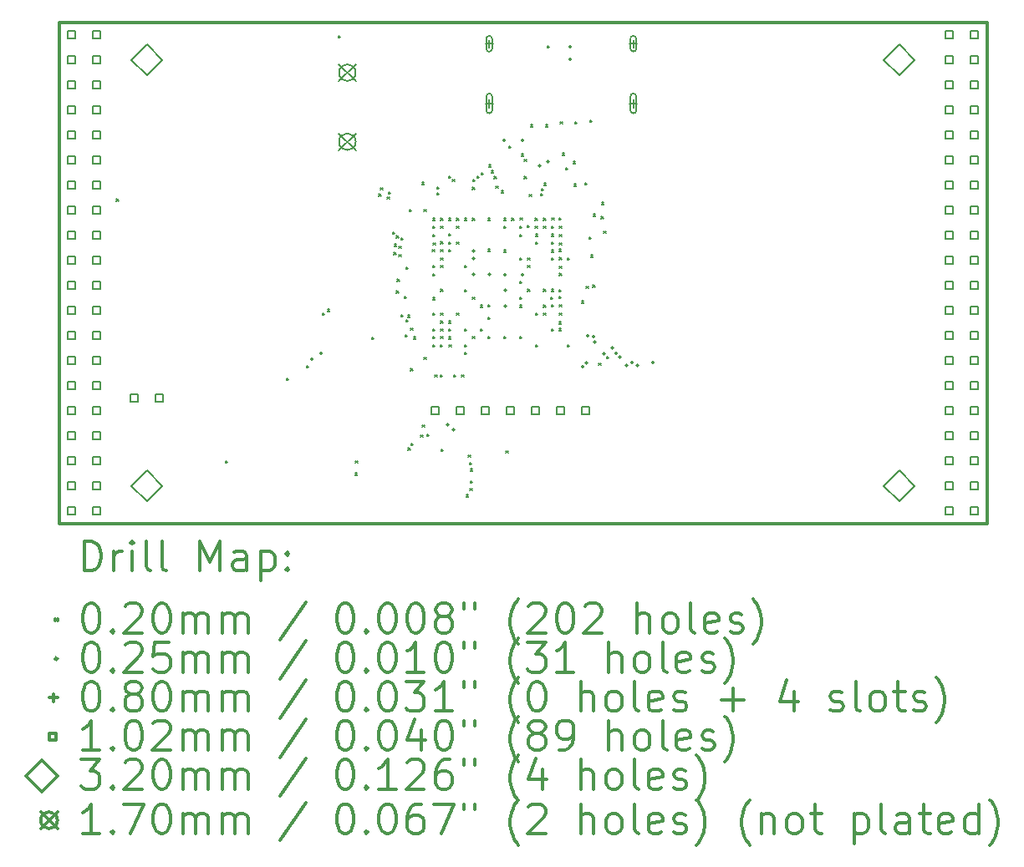
<source format=gbr>
%FSLAX45Y45*%
G04 Gerber Fmt 4.5, Leading zero omitted, Abs format (unit mm)*
G04 Created by KiCad (PCBNEW 4.0.5+dfsg1-4) date Fri May  5 15:22:01 2017*
%MOMM*%
%LPD*%
G01*
G04 APERTURE LIST*
%ADD10C,0.127000*%
%ADD11C,0.300000*%
%ADD12C,0.200000*%
G04 APERTURE END LIST*
D10*
D11*
X9410000Y-6142000D02*
X9410000Y-11222000D01*
X18808000Y-6142000D02*
X9410000Y-6142000D01*
X18808000Y-11222000D02*
X18808000Y-6142000D01*
X9410000Y-11222000D02*
X18808000Y-11222000D01*
D12*
X9991774Y-7933951D02*
X10011774Y-7953951D01*
X10011774Y-7933951D02*
X9991774Y-7953951D01*
X11098000Y-10590000D02*
X11118000Y-10610000D01*
X11118000Y-10590000D02*
X11098000Y-10610000D01*
X11718000Y-9750000D02*
X11738000Y-9770000D01*
X11738000Y-9750000D02*
X11718000Y-9770000D01*
X11916018Y-9625090D02*
X11936018Y-9645090D01*
X11936018Y-9625090D02*
X11916018Y-9645090D01*
X12078000Y-9090000D02*
X12098000Y-9110000D01*
X12098000Y-9090000D02*
X12078000Y-9110000D01*
X12130862Y-9053246D02*
X12150862Y-9073246D01*
X12150862Y-9053246D02*
X12130862Y-9073246D01*
X12238000Y-6280000D02*
X12258000Y-6300000D01*
X12258000Y-6280000D02*
X12238000Y-6300000D01*
X12410242Y-10710764D02*
X12430242Y-10730764D01*
X12430242Y-10710764D02*
X12410242Y-10730764D01*
X12415398Y-10588254D02*
X12435398Y-10608254D01*
X12435398Y-10588254D02*
X12415398Y-10608254D01*
X12579990Y-9335266D02*
X12599990Y-9355266D01*
X12599990Y-9335266D02*
X12579990Y-9355266D01*
X12650439Y-7882644D02*
X12670439Y-7902644D01*
X12670439Y-7882644D02*
X12650439Y-7902644D01*
X12667371Y-7820880D02*
X12687371Y-7840880D01*
X12687371Y-7820880D02*
X12667371Y-7840880D01*
X12734582Y-7912636D02*
X12754582Y-7932636D01*
X12754582Y-7912636D02*
X12734582Y-7932636D01*
X12746627Y-7861330D02*
X12766627Y-7881330D01*
X12766627Y-7861330D02*
X12746627Y-7881330D01*
X12791379Y-8271421D02*
X12811379Y-8291421D01*
X12811379Y-8271421D02*
X12791379Y-8291421D01*
X12804655Y-8476582D02*
X12824655Y-8496582D01*
X12824655Y-8476582D02*
X12804655Y-8496582D01*
X12807705Y-8392181D02*
X12827705Y-8412181D01*
X12827705Y-8392181D02*
X12807705Y-8412181D01*
X12828859Y-8864541D02*
X12848859Y-8884541D01*
X12848859Y-8864541D02*
X12828859Y-8884541D01*
X12829501Y-8307807D02*
X12849501Y-8327807D01*
X12849501Y-8307807D02*
X12829501Y-8327807D01*
X12837655Y-8748439D02*
X12857655Y-8768439D01*
X12857655Y-8748439D02*
X12837655Y-8768439D01*
X12854984Y-8498783D02*
X12874984Y-8518783D01*
X12874984Y-8498783D02*
X12854984Y-8518783D01*
X12855643Y-8414382D02*
X12875643Y-8434382D01*
X12875643Y-8414382D02*
X12855643Y-8434382D01*
X12874498Y-9107448D02*
X12894498Y-9127448D01*
X12894498Y-9107448D02*
X12874498Y-9127448D01*
X12877421Y-8329990D02*
X12897421Y-8349990D01*
X12897421Y-8329990D02*
X12877421Y-8349990D01*
X12911207Y-8919154D02*
X12931207Y-8939154D01*
X12931207Y-8919154D02*
X12911207Y-8939154D01*
X12918000Y-9310000D02*
X12938000Y-9330000D01*
X12938000Y-9310000D02*
X12918000Y-9330000D01*
X12927361Y-8626343D02*
X12947361Y-8646343D01*
X12947361Y-8626343D02*
X12927361Y-8646343D01*
X12927611Y-9160707D02*
X12947611Y-9180707D01*
X12947611Y-9160707D02*
X12927611Y-9180707D01*
X12944143Y-9110666D02*
X12964143Y-9130666D01*
X12964143Y-9110666D02*
X12944143Y-9130666D01*
X12946373Y-10458034D02*
X12966373Y-10478034D01*
X12966373Y-10458034D02*
X12946373Y-10478034D01*
X12958000Y-8040000D02*
X12978000Y-8060000D01*
X12978000Y-8040000D02*
X12958000Y-8060000D01*
X12971328Y-9241191D02*
X12991328Y-9261191D01*
X12991328Y-9241191D02*
X12971328Y-9261191D01*
X12972396Y-9653742D02*
X12992396Y-9673742D01*
X12992396Y-9653742D02*
X12972396Y-9673742D01*
X12978000Y-10410000D02*
X12998000Y-10430000D01*
X12998000Y-10410000D02*
X12978000Y-10430000D01*
X13002388Y-9331328D02*
X13022388Y-9351328D01*
X13022388Y-9331328D02*
X13002388Y-9351328D01*
X13073949Y-10325498D02*
X13093949Y-10345498D01*
X13093949Y-10325498D02*
X13073949Y-10345498D01*
X13087688Y-7765510D02*
X13107688Y-7785510D01*
X13107688Y-7765510D02*
X13087688Y-7785510D01*
X13091999Y-10226419D02*
X13111999Y-10246419D01*
X13111999Y-10226419D02*
X13091999Y-10246419D01*
X13108000Y-8040000D02*
X13128000Y-8060000D01*
X13128000Y-8040000D02*
X13108000Y-8060000D01*
X13109121Y-9541439D02*
X13129121Y-9561439D01*
X13129121Y-9541439D02*
X13109121Y-9561439D01*
X13135385Y-10319621D02*
X13155385Y-10339621D01*
X13155385Y-10319621D02*
X13135385Y-10339621D01*
X13193219Y-8446513D02*
X13213219Y-8466513D01*
X13213219Y-8446513D02*
X13193219Y-8466513D01*
X13197765Y-9087799D02*
X13217765Y-9107799D01*
X13217765Y-9087799D02*
X13197765Y-9107799D01*
X13198000Y-8130000D02*
X13218000Y-8150000D01*
X13218000Y-8130000D02*
X13198000Y-8150000D01*
X13198000Y-8207799D02*
X13218000Y-8227799D01*
X13218000Y-8207799D02*
X13198000Y-8227799D01*
X13198000Y-8610000D02*
X13218000Y-8630000D01*
X13218000Y-8610000D02*
X13198000Y-8630000D01*
X13198000Y-8690000D02*
X13218000Y-8710000D01*
X13218000Y-8690000D02*
X13198000Y-8710000D01*
X13198000Y-8934402D02*
X13218000Y-8954402D01*
X13218000Y-8934402D02*
X13198000Y-8954402D01*
X13198000Y-9250000D02*
X13218000Y-9270000D01*
X13218000Y-9250000D02*
X13198000Y-9270000D01*
X13198000Y-9330000D02*
X13218000Y-9350000D01*
X13218000Y-9330000D02*
X13198000Y-9350000D01*
X13198000Y-9410000D02*
X13218000Y-9430000D01*
X13218000Y-9410000D02*
X13198000Y-9430000D01*
X13198432Y-8292201D02*
X13218432Y-8312201D01*
X13218432Y-8292201D02*
X13198432Y-8312201D01*
X13201744Y-8376602D02*
X13221744Y-8396602D01*
X13221744Y-8376602D02*
X13201744Y-8396602D01*
X13219091Y-9715603D02*
X13239091Y-9735603D01*
X13239091Y-9715603D02*
X13219091Y-9735603D01*
X13240456Y-7810000D02*
X13260456Y-7830000D01*
X13260456Y-7810000D02*
X13240456Y-7830000D01*
X13240501Y-7869682D02*
X13260501Y-7889682D01*
X13260501Y-7869682D02*
X13240501Y-7889682D01*
X13274998Y-9715603D02*
X13294998Y-9735603D01*
X13294998Y-9715603D02*
X13274998Y-9735603D01*
X13275800Y-9409707D02*
X13295800Y-9429707D01*
X13295800Y-9409707D02*
X13275800Y-9429707D01*
X13277580Y-8532199D02*
X13297580Y-8552199D01*
X13297580Y-8532199D02*
X13277580Y-8552199D01*
X13278000Y-8210000D02*
X13298000Y-8230000D01*
X13298000Y-8210000D02*
X13278000Y-8230000D01*
X13278000Y-8610000D02*
X13298000Y-8630000D01*
X13298000Y-8610000D02*
X13278000Y-8630000D01*
X13278000Y-8850000D02*
X13298000Y-8870000D01*
X13298000Y-8850000D02*
X13278000Y-8870000D01*
X13278000Y-9090000D02*
X13298000Y-9110000D01*
X13298000Y-9090000D02*
X13278000Y-9110000D01*
X13278000Y-9170000D02*
X13298000Y-9190000D01*
X13298000Y-9170000D02*
X13278000Y-9190000D01*
X13278000Y-9250000D02*
X13298000Y-9270000D01*
X13298000Y-9250000D02*
X13278000Y-9270000D01*
X13278000Y-9330000D02*
X13298000Y-9350000D01*
X13298000Y-9330000D02*
X13278000Y-9350000D01*
X13278042Y-8446513D02*
X13298042Y-8466513D01*
X13298042Y-8446513D02*
X13278042Y-8466513D01*
X13278444Y-8129112D02*
X13298444Y-8149112D01*
X13298444Y-8129112D02*
X13278444Y-8149112D01*
X13278650Y-8367799D02*
X13298650Y-8387799D01*
X13298650Y-8367799D02*
X13278650Y-8387799D01*
X13281858Y-10470000D02*
X13301858Y-10490000D01*
X13301858Y-10470000D02*
X13281858Y-10490000D01*
X13356815Y-7701108D02*
X13376815Y-7721108D01*
X13376815Y-7701108D02*
X13356815Y-7721108D01*
X13357194Y-8449520D02*
X13377194Y-8469520D01*
X13377194Y-8449520D02*
X13357194Y-8469520D01*
X13358000Y-8130000D02*
X13378000Y-8150000D01*
X13378000Y-8130000D02*
X13358000Y-8150000D01*
X13358000Y-8287799D02*
X13378000Y-8307799D01*
X13378000Y-8287799D02*
X13358000Y-8307799D01*
X13358000Y-8372201D02*
X13378000Y-8392201D01*
X13378000Y-8372201D02*
X13358000Y-8392201D01*
X13358000Y-9170000D02*
X13378000Y-9190000D01*
X13378000Y-9170000D02*
X13358000Y-9190000D01*
X13358000Y-9250000D02*
X13378000Y-9270000D01*
X13378000Y-9250000D02*
X13358000Y-9270000D01*
X13358567Y-9330248D02*
X13378567Y-9350248D01*
X13378567Y-9330248D02*
X13358567Y-9350248D01*
X13361071Y-9410063D02*
X13381071Y-9430063D01*
X13381071Y-9410063D02*
X13361071Y-9430063D01*
X13395836Y-7736530D02*
X13415836Y-7756530D01*
X13415836Y-7736530D02*
X13395836Y-7756530D01*
X13409815Y-9716998D02*
X13429815Y-9736998D01*
X13429815Y-9716998D02*
X13409815Y-9736998D01*
X13438000Y-8210000D02*
X13458000Y-8230000D01*
X13458000Y-8210000D02*
X13438000Y-8230000D01*
X13438000Y-8370000D02*
X13458000Y-8390000D01*
X13458000Y-8370000D02*
X13438000Y-8390000D01*
X13438000Y-9090000D02*
X13458000Y-9110000D01*
X13458000Y-9090000D02*
X13438000Y-9110000D01*
X13438037Y-8129060D02*
X13458037Y-8149060D01*
X13458037Y-8129060D02*
X13438037Y-8149060D01*
X13488975Y-9715603D02*
X13508975Y-9735603D01*
X13508975Y-9715603D02*
X13488975Y-9735603D01*
X13517331Y-8851860D02*
X13537331Y-8871860D01*
X13537331Y-8851860D02*
X13517331Y-8871860D01*
X13517488Y-8129060D02*
X13537488Y-8149060D01*
X13537488Y-8129060D02*
X13517488Y-8149060D01*
X13518000Y-8610000D02*
X13538000Y-8630000D01*
X13538000Y-8610000D02*
X13518000Y-8630000D01*
X13518000Y-9250000D02*
X13538000Y-9270000D01*
X13538000Y-9250000D02*
X13518000Y-9270000D01*
X13518000Y-9410000D02*
X13538000Y-9430000D01*
X13538000Y-9410000D02*
X13518000Y-9430000D01*
X13518000Y-9490000D02*
X13538000Y-9510000D01*
X13538000Y-9490000D02*
X13518000Y-9510000D01*
X13537195Y-10930959D02*
X13557195Y-10950959D01*
X13557195Y-10930959D02*
X13537195Y-10950959D01*
X13558000Y-10530000D02*
X13578000Y-10550000D01*
X13578000Y-10530000D02*
X13558000Y-10550000D01*
X13567865Y-10606369D02*
X13587865Y-10626369D01*
X13587865Y-10606369D02*
X13567865Y-10626369D01*
X13575325Y-10869239D02*
X13595325Y-10889239D01*
X13595325Y-10869239D02*
X13575325Y-10889239D01*
X13575519Y-10792264D02*
X13595519Y-10812264D01*
X13595519Y-10792264D02*
X13575519Y-10812264D01*
X13578416Y-10670041D02*
X13598416Y-10690041D01*
X13598416Y-10670041D02*
X13578416Y-10690041D01*
X13598000Y-8130000D02*
X13618000Y-8150000D01*
X13618000Y-8130000D02*
X13598000Y-8150000D01*
X13598000Y-8930000D02*
X13618000Y-8950000D01*
X13618000Y-8930000D02*
X13598000Y-8950000D01*
X13598000Y-9330000D02*
X13618000Y-9350000D01*
X13618000Y-9330000D02*
X13598000Y-9350000D01*
X13600201Y-7816859D02*
X13620201Y-7836859D01*
X13620201Y-7816859D02*
X13600201Y-7836859D01*
X13602332Y-7737368D02*
X13622332Y-7757368D01*
X13622332Y-7737368D02*
X13602332Y-7757368D01*
X13644051Y-7700798D02*
X13664051Y-7720798D01*
X13664051Y-7700798D02*
X13644051Y-7720798D01*
X13678000Y-9010000D02*
X13698000Y-9030000D01*
X13698000Y-9010000D02*
X13678000Y-9030000D01*
X13678000Y-9250000D02*
X13698000Y-9270000D01*
X13698000Y-9250000D02*
X13678000Y-9270000D01*
X13686786Y-7669785D02*
X13706786Y-7689785D01*
X13706786Y-7669785D02*
X13686786Y-7689785D01*
X13756589Y-9130245D02*
X13776589Y-9150245D01*
X13776589Y-9130245D02*
X13756589Y-9150245D01*
X13758000Y-8130000D02*
X13778000Y-8150000D01*
X13778000Y-8130000D02*
X13758000Y-8150000D01*
X13758000Y-9007299D02*
X13778000Y-9027299D01*
X13778000Y-9007299D02*
X13758000Y-9027299D01*
X13758000Y-9330000D02*
X13778000Y-9350000D01*
X13778000Y-9330000D02*
X13758000Y-9350000D01*
X13758056Y-8443409D02*
X13778056Y-8463409D01*
X13778056Y-8443409D02*
X13758056Y-8463409D01*
X13765456Y-7587419D02*
X13785456Y-7607419D01*
X13785456Y-7587419D02*
X13765456Y-7607419D01*
X13787496Y-7647724D02*
X13807496Y-7667724D01*
X13807496Y-7647724D02*
X13787496Y-7667724D01*
X13819197Y-7706418D02*
X13839197Y-7726418D01*
X13839197Y-7706418D02*
X13819197Y-7726418D01*
X13837475Y-7801776D02*
X13857475Y-7821776D01*
X13857475Y-7801776D02*
X13837475Y-7821776D01*
X13893099Y-7850080D02*
X13913099Y-7870080D01*
X13913099Y-7850080D02*
X13893099Y-7870080D01*
X13917252Y-8451135D02*
X13937252Y-8471135D01*
X13937252Y-8451135D02*
X13917252Y-8471135D01*
X13918000Y-8130000D02*
X13938000Y-8150000D01*
X13938000Y-8130000D02*
X13918000Y-8150000D01*
X13918000Y-8210000D02*
X13938000Y-8230000D01*
X13938000Y-8210000D02*
X13918000Y-8230000D01*
X13918000Y-9330000D02*
X13938000Y-9350000D01*
X13938000Y-9330000D02*
X13918000Y-9350000D01*
X13938000Y-10490000D02*
X13958000Y-10510000D01*
X13958000Y-10490000D02*
X13938000Y-10510000D01*
X13968250Y-7397346D02*
X13988250Y-7417346D01*
X13988250Y-7397346D02*
X13968250Y-7417346D01*
X13998000Y-8130000D02*
X14018000Y-8150000D01*
X14018000Y-8130000D02*
X13998000Y-8150000D01*
X14076403Y-8294140D02*
X14096403Y-8314140D01*
X14096403Y-8294140D02*
X14076403Y-8314140D01*
X14078000Y-8530000D02*
X14098000Y-8550000D01*
X14098000Y-8530000D02*
X14078000Y-8550000D01*
X14078000Y-8770000D02*
X14098000Y-8790000D01*
X14098000Y-8770000D02*
X14078000Y-8790000D01*
X14078000Y-8930000D02*
X14098000Y-8950000D01*
X14098000Y-8930000D02*
X14078000Y-8950000D01*
X14078000Y-9010000D02*
X14098000Y-9030000D01*
X14098000Y-9010000D02*
X14078000Y-9030000D01*
X14078000Y-9330000D02*
X14098000Y-9350000D01*
X14098000Y-9330000D02*
X14078000Y-9350000D01*
X14080201Y-8207928D02*
X14100201Y-8227928D01*
X14100201Y-8207928D02*
X14080201Y-8227928D01*
X14082401Y-8127559D02*
X14102401Y-8147559D01*
X14102401Y-8127559D02*
X14082401Y-8147559D01*
X14094664Y-7477380D02*
X14114664Y-7497380D01*
X14114664Y-7477380D02*
X14094664Y-7497380D01*
X14122988Y-7531564D02*
X14142988Y-7551564D01*
X14142988Y-7531564D02*
X14122988Y-7551564D01*
X14124602Y-7707029D02*
X14144602Y-7727029D01*
X14144602Y-7707029D02*
X14124602Y-7727029D01*
X14155799Y-8203034D02*
X14175799Y-8223034D01*
X14175799Y-8203034D02*
X14155799Y-8223034D01*
X14158000Y-8530000D02*
X14178000Y-8550000D01*
X14178000Y-8530000D02*
X14158000Y-8550000D01*
X14158000Y-8610000D02*
X14178000Y-8630000D01*
X14178000Y-8610000D02*
X14158000Y-8630000D01*
X14158000Y-8850000D02*
X14178000Y-8870000D01*
X14178000Y-8850000D02*
X14158000Y-8870000D01*
X14175304Y-7886864D02*
X14195304Y-7906864D01*
X14195304Y-7886864D02*
X14175304Y-7906864D01*
X14188614Y-7179985D02*
X14208614Y-7199985D01*
X14208614Y-7179985D02*
X14188614Y-7199985D01*
X14235799Y-8128224D02*
X14255799Y-8148224D01*
X14255799Y-8128224D02*
X14235799Y-8148224D01*
X14235799Y-8209139D02*
X14255799Y-8229139D01*
X14255799Y-8209139D02*
X14235799Y-8229139D01*
X14237355Y-8289891D02*
X14257355Y-8309891D01*
X14257355Y-8289891D02*
X14237355Y-8309891D01*
X14238000Y-8370000D02*
X14258000Y-8390000D01*
X14258000Y-8370000D02*
X14238000Y-8390000D01*
X14238000Y-9090000D02*
X14258000Y-9110000D01*
X14258000Y-9090000D02*
X14238000Y-9110000D01*
X14238000Y-9410000D02*
X14258000Y-9430000D01*
X14258000Y-9410000D02*
X14238000Y-9430000D01*
X14291994Y-7880304D02*
X14311994Y-7900304D01*
X14311994Y-7880304D02*
X14291994Y-7900304D01*
X14298670Y-7828027D02*
X14318670Y-7848027D01*
X14318670Y-7828027D02*
X14298670Y-7848027D01*
X14317803Y-8849503D02*
X14337803Y-8869503D01*
X14337803Y-8849503D02*
X14317803Y-8869503D01*
X14318000Y-9090000D02*
X14338000Y-9110000D01*
X14338000Y-9090000D02*
X14318000Y-9110000D01*
X14318182Y-9010195D02*
X14338182Y-9030195D01*
X14338182Y-9010195D02*
X14318182Y-9030195D01*
X14320201Y-8128173D02*
X14340201Y-8148173D01*
X14340201Y-8128173D02*
X14320201Y-8148173D01*
X14320201Y-8209499D02*
X14340201Y-8229499D01*
X14340201Y-8209499D02*
X14320201Y-8229499D01*
X14322321Y-7773748D02*
X14342321Y-7793748D01*
X14342321Y-7773748D02*
X14322321Y-7793748D01*
X14338000Y-7180000D02*
X14358000Y-7200000D01*
X14358000Y-7180000D02*
X14338000Y-7200000D01*
X14358000Y-6380000D02*
X14378000Y-6400000D01*
X14378000Y-6380000D02*
X14358000Y-6400000D01*
X14393579Y-8929761D02*
X14413579Y-8949761D01*
X14413579Y-8929761D02*
X14393579Y-8949761D01*
X14397690Y-8208645D02*
X14417690Y-8228645D01*
X14417690Y-8208645D02*
X14397690Y-8228645D01*
X14398000Y-8290000D02*
X14418000Y-8310000D01*
X14418000Y-8290000D02*
X14398000Y-8310000D01*
X14398000Y-8370000D02*
X14418000Y-8390000D01*
X14418000Y-8370000D02*
X14398000Y-8390000D01*
X14398000Y-8450000D02*
X14418000Y-8470000D01*
X14418000Y-8450000D02*
X14398000Y-8470000D01*
X14398000Y-9250000D02*
X14418000Y-9270000D01*
X14418000Y-9250000D02*
X14398000Y-9270000D01*
X14398052Y-8529722D02*
X14418052Y-8549722D01*
X14418052Y-8529722D02*
X14398052Y-8549722D01*
X14398242Y-9003286D02*
X14418242Y-9023286D01*
X14418242Y-9003286D02*
X14398242Y-9023286D01*
X14398283Y-8848451D02*
X14418283Y-8868451D01*
X14418283Y-8848451D02*
X14398283Y-8868451D01*
X14404602Y-8127478D02*
X14424602Y-8147478D01*
X14424602Y-8127478D02*
X14404602Y-8147478D01*
X14476639Y-8123398D02*
X14496639Y-8143398D01*
X14496639Y-8123398D02*
X14476639Y-8143398D01*
X14476942Y-8918885D02*
X14496942Y-8938885D01*
X14496942Y-8918885D02*
X14476942Y-8938885D01*
X14477765Y-8852201D02*
X14497765Y-8872201D01*
X14497765Y-8852201D02*
X14477765Y-8872201D01*
X14477769Y-8443293D02*
X14497769Y-8463293D01*
X14497769Y-8443293D02*
X14477769Y-8463293D01*
X14478235Y-9247799D02*
X14498235Y-9267799D01*
X14498235Y-9247799D02*
X14478235Y-9267799D01*
X14478278Y-9177765D02*
X14498278Y-9197765D01*
X14498278Y-9177765D02*
X14478278Y-9197765D01*
X14478509Y-8207799D02*
X14498509Y-8227799D01*
X14498509Y-8207799D02*
X14478509Y-8227799D01*
X14478522Y-9092124D02*
X14498522Y-9112124D01*
X14498522Y-9092124D02*
X14478522Y-9112124D01*
X14478569Y-9003286D02*
X14498569Y-9023286D01*
X14498569Y-9003286D02*
X14478569Y-9023286D01*
X14478654Y-8528519D02*
X14498654Y-8548519D01*
X14498654Y-8528519D02*
X14478654Y-8548519D01*
X14478856Y-8689382D02*
X14498856Y-8709382D01*
X14498856Y-8689382D02*
X14478856Y-8709382D01*
X14479038Y-8376602D02*
X14499038Y-8396602D01*
X14499038Y-8376602D02*
X14479038Y-8396602D01*
X14479410Y-8292201D02*
X14499410Y-8312201D01*
X14499410Y-8292201D02*
X14479410Y-8312201D01*
X14480128Y-8616874D02*
X14500128Y-8636874D01*
X14500128Y-8616874D02*
X14480128Y-8636874D01*
X14487317Y-7149740D02*
X14507317Y-7169740D01*
X14507317Y-7149740D02*
X14487317Y-7169740D01*
X14507287Y-7469262D02*
X14527287Y-7489262D01*
X14527287Y-7469262D02*
X14507287Y-7489262D01*
X14542036Y-7617065D02*
X14562036Y-7637065D01*
X14562036Y-7617065D02*
X14542036Y-7637065D01*
X14558000Y-8532201D02*
X14578000Y-8552201D01*
X14578000Y-8532201D02*
X14558000Y-8552201D01*
X14558000Y-9410000D02*
X14578000Y-9430000D01*
X14578000Y-9410000D02*
X14558000Y-9430000D01*
X14618911Y-7553663D02*
X14638911Y-7573663D01*
X14638911Y-7553663D02*
X14618911Y-7573663D01*
X14628717Y-7781899D02*
X14648717Y-7801899D01*
X14648717Y-7781899D02*
X14628717Y-7801899D01*
X14637468Y-7149146D02*
X14657468Y-7169146D01*
X14657468Y-7149146D02*
X14637468Y-7169146D01*
X14702397Y-8966762D02*
X14722397Y-8986762D01*
X14722397Y-8966762D02*
X14702397Y-8986762D01*
X14738000Y-7772201D02*
X14758000Y-7792201D01*
X14758000Y-7772201D02*
X14738000Y-7792201D01*
X14749599Y-8818958D02*
X14769599Y-8838958D01*
X14769599Y-8818958D02*
X14749599Y-8838958D01*
X14778000Y-8321986D02*
X14798000Y-8341986D01*
X14798000Y-8321986D02*
X14778000Y-8341986D01*
X14788000Y-7132120D02*
X14808000Y-7152120D01*
X14808000Y-7132120D02*
X14788000Y-7152120D01*
X14796398Y-8501490D02*
X14816398Y-8521490D01*
X14816398Y-8501490D02*
X14796398Y-8521490D01*
X14818000Y-8807799D02*
X14838000Y-8827799D01*
X14838000Y-8807799D02*
X14818000Y-8827799D01*
X14823777Y-8087578D02*
X14843777Y-8107578D01*
X14843777Y-8087578D02*
X14823777Y-8107578D01*
X14878000Y-9600000D02*
X14898000Y-9620000D01*
X14898000Y-9600000D02*
X14878000Y-9620000D01*
X14902907Y-8111447D02*
X14922907Y-8131447D01*
X14922907Y-8111447D02*
X14902907Y-8131447D01*
X14908500Y-7970000D02*
X14928500Y-7990000D01*
X14928500Y-7970000D02*
X14908500Y-7990000D01*
X14930001Y-8262364D02*
X14950001Y-8282364D01*
X14950001Y-8262364D02*
X14930001Y-8282364D01*
X14960083Y-9531764D02*
X14980083Y-9551764D01*
X14980083Y-9531764D02*
X14960083Y-9551764D01*
X11983619Y-9555088D02*
G75*
G03X11983619Y-9555088I-12700J0D01*
G01*
X12076103Y-9497760D02*
G75*
G03X12076103Y-9497760I-12700J0D01*
G01*
X13357629Y-10223262D02*
G75*
G03X13357629Y-10223262I-12700J0D01*
G01*
X13420141Y-10275223D02*
G75*
G03X13420141Y-10275223I-12700J0D01*
G01*
X13620700Y-8460000D02*
G75*
G03X13620700Y-8460000I-12700J0D01*
G01*
X13620700Y-8540000D02*
G75*
G03X13620700Y-8540000I-12700J0D01*
G01*
X13623799Y-8699540D02*
G75*
G03X13623799Y-8699540I-12700J0D01*
G01*
X13780700Y-8700000D02*
G75*
G03X13780700Y-8700000I-12700J0D01*
G01*
X13931242Y-7337804D02*
G75*
G03X13931242Y-7337804I-12700J0D01*
G01*
X13940700Y-8700000D02*
G75*
G03X13940700Y-8700000I-12700J0D01*
G01*
X13940700Y-8860000D02*
G75*
G03X13940700Y-8860000I-12700J0D01*
G01*
X13940989Y-9018547D02*
G75*
G03X13940989Y-9018547I-12700J0D01*
G01*
X14115614Y-7339101D02*
G75*
G03X14115614Y-7339101I-12700J0D01*
G01*
X14116986Y-8699500D02*
G75*
G03X14116986Y-8699500I-12700J0D01*
G01*
X14290285Y-7593915D02*
G75*
G03X14290285Y-7593915I-12700J0D01*
G01*
X14375267Y-7552125D02*
G75*
G03X14375267Y-7552125I-12700J0D01*
G01*
X14597886Y-6518923D02*
G75*
G03X14597886Y-6518923I-12700J0D01*
G01*
X14600073Y-6392085D02*
G75*
G03X14600073Y-6392085I-12700J0D01*
G01*
X14725899Y-9634801D02*
G75*
G03X14725899Y-9634801I-12700J0D01*
G01*
X14765370Y-9592166D02*
G75*
G03X14765370Y-9592166I-12700J0D01*
G01*
X14777147Y-9322948D02*
G75*
G03X14777147Y-9322948I-12700J0D01*
G01*
X14835104Y-9327037D02*
G75*
G03X14835104Y-9327037I-12700J0D01*
G01*
X14846929Y-9383922D02*
G75*
G03X14846929Y-9383922I-12700J0D01*
G01*
X14941590Y-9504387D02*
G75*
G03X14941590Y-9504387I-12700J0D01*
G01*
X15025690Y-9441490D02*
G75*
G03X15025690Y-9441490I-12700J0D01*
G01*
X15062355Y-9498156D02*
G75*
G03X15062355Y-9498156I-12700J0D01*
G01*
X15102959Y-9539714D02*
G75*
G03X15102959Y-9539714I-12700J0D01*
G01*
X15174658Y-9620783D02*
G75*
G03X15174658Y-9620783I-12700J0D01*
G01*
X15224569Y-9589479D02*
G75*
G03X15224569Y-9589479I-12700J0D01*
G01*
X15280700Y-9620783D02*
G75*
G03X15280700Y-9620783I-12700J0D01*
G01*
X15440260Y-9592491D02*
G75*
G03X15440260Y-9592491I-12700J0D01*
G01*
X13768000Y-6320000D02*
X13768000Y-6400000D01*
X13728000Y-6360000D02*
X13808000Y-6360000D01*
X13738000Y-6310000D02*
X13738000Y-6410000D01*
X13798000Y-6310000D02*
X13798000Y-6410000D01*
X13738000Y-6410000D02*
G75*
G03X13798000Y-6410000I30000J0D01*
G01*
X13798000Y-6310000D02*
G75*
G03X13738000Y-6310000I-30000J0D01*
G01*
X13768000Y-6925000D02*
X13768000Y-7005000D01*
X13728000Y-6965000D02*
X13808000Y-6965000D01*
X13738000Y-6895000D02*
X13738000Y-7035000D01*
X13798000Y-6895000D02*
X13798000Y-7035000D01*
X13738000Y-7035000D02*
G75*
G03X13798000Y-7035000I30000J0D01*
G01*
X13798000Y-6895000D02*
G75*
G03X13738000Y-6895000I-30000J0D01*
G01*
X15228000Y-6320000D02*
X15228000Y-6400000D01*
X15188000Y-6360000D02*
X15268000Y-6360000D01*
X15198000Y-6310000D02*
X15198000Y-6410000D01*
X15258000Y-6310000D02*
X15258000Y-6410000D01*
X15198000Y-6410000D02*
G75*
G03X15258000Y-6410000I30000J0D01*
G01*
X15258000Y-6310000D02*
G75*
G03X15198000Y-6310000I-30000J0D01*
G01*
X15228000Y-6925000D02*
X15228000Y-7005000D01*
X15188000Y-6965000D02*
X15268000Y-6965000D01*
X15198000Y-6895000D02*
X15198000Y-7035000D01*
X15258000Y-6895000D02*
X15258000Y-7035000D01*
X15198000Y-7035000D02*
G75*
G03X15258000Y-7035000I30000J0D01*
G01*
X15258000Y-6895000D02*
G75*
G03X15198000Y-6895000I-30000J0D01*
G01*
X9572921Y-6304921D02*
X9572921Y-6233079D01*
X9501079Y-6233079D01*
X9501079Y-6304921D01*
X9572921Y-6304921D01*
X9572921Y-6558921D02*
X9572921Y-6487079D01*
X9501079Y-6487079D01*
X9501079Y-6558921D01*
X9572921Y-6558921D01*
X9572921Y-6812921D02*
X9572921Y-6741079D01*
X9501079Y-6741079D01*
X9501079Y-6812921D01*
X9572921Y-6812921D01*
X9572921Y-7066921D02*
X9572921Y-6995079D01*
X9501079Y-6995079D01*
X9501079Y-7066921D01*
X9572921Y-7066921D01*
X9572921Y-7320921D02*
X9572921Y-7249079D01*
X9501079Y-7249079D01*
X9501079Y-7320921D01*
X9572921Y-7320921D01*
X9572921Y-7574921D02*
X9572921Y-7503079D01*
X9501079Y-7503079D01*
X9501079Y-7574921D01*
X9572921Y-7574921D01*
X9572921Y-7828921D02*
X9572921Y-7757079D01*
X9501079Y-7757079D01*
X9501079Y-7828921D01*
X9572921Y-7828921D01*
X9572921Y-8082921D02*
X9572921Y-8011079D01*
X9501079Y-8011079D01*
X9501079Y-8082921D01*
X9572921Y-8082921D01*
X9572921Y-8336921D02*
X9572921Y-8265079D01*
X9501079Y-8265079D01*
X9501079Y-8336921D01*
X9572921Y-8336921D01*
X9572921Y-8590921D02*
X9572921Y-8519079D01*
X9501079Y-8519079D01*
X9501079Y-8590921D01*
X9572921Y-8590921D01*
X9572921Y-8844921D02*
X9572921Y-8773079D01*
X9501079Y-8773079D01*
X9501079Y-8844921D01*
X9572921Y-8844921D01*
X9572921Y-9098921D02*
X9572921Y-9027079D01*
X9501079Y-9027079D01*
X9501079Y-9098921D01*
X9572921Y-9098921D01*
X9572921Y-9352921D02*
X9572921Y-9281079D01*
X9501079Y-9281079D01*
X9501079Y-9352921D01*
X9572921Y-9352921D01*
X9572921Y-9606921D02*
X9572921Y-9535079D01*
X9501079Y-9535079D01*
X9501079Y-9606921D01*
X9572921Y-9606921D01*
X9572921Y-9860921D02*
X9572921Y-9789079D01*
X9501079Y-9789079D01*
X9501079Y-9860921D01*
X9572921Y-9860921D01*
X9572921Y-10114921D02*
X9572921Y-10043079D01*
X9501079Y-10043079D01*
X9501079Y-10114921D01*
X9572921Y-10114921D01*
X9572921Y-10368921D02*
X9572921Y-10297079D01*
X9501079Y-10297079D01*
X9501079Y-10368921D01*
X9572921Y-10368921D01*
X9572921Y-10622921D02*
X9572921Y-10551079D01*
X9501079Y-10551079D01*
X9501079Y-10622921D01*
X9572921Y-10622921D01*
X9572921Y-10876921D02*
X9572921Y-10805079D01*
X9501079Y-10805079D01*
X9501079Y-10876921D01*
X9572921Y-10876921D01*
X9572921Y-11130921D02*
X9572921Y-11059079D01*
X9501079Y-11059079D01*
X9501079Y-11130921D01*
X9572921Y-11130921D01*
X9826921Y-6304921D02*
X9826921Y-6233079D01*
X9755079Y-6233079D01*
X9755079Y-6304921D01*
X9826921Y-6304921D01*
X9826921Y-6558921D02*
X9826921Y-6487079D01*
X9755079Y-6487079D01*
X9755079Y-6558921D01*
X9826921Y-6558921D01*
X9826921Y-6812921D02*
X9826921Y-6741079D01*
X9755079Y-6741079D01*
X9755079Y-6812921D01*
X9826921Y-6812921D01*
X9826921Y-7066921D02*
X9826921Y-6995079D01*
X9755079Y-6995079D01*
X9755079Y-7066921D01*
X9826921Y-7066921D01*
X9826921Y-7320921D02*
X9826921Y-7249079D01*
X9755079Y-7249079D01*
X9755079Y-7320921D01*
X9826921Y-7320921D01*
X9826921Y-7574921D02*
X9826921Y-7503079D01*
X9755079Y-7503079D01*
X9755079Y-7574921D01*
X9826921Y-7574921D01*
X9826921Y-7828921D02*
X9826921Y-7757079D01*
X9755079Y-7757079D01*
X9755079Y-7828921D01*
X9826921Y-7828921D01*
X9826921Y-8082921D02*
X9826921Y-8011079D01*
X9755079Y-8011079D01*
X9755079Y-8082921D01*
X9826921Y-8082921D01*
X9826921Y-8336921D02*
X9826921Y-8265079D01*
X9755079Y-8265079D01*
X9755079Y-8336921D01*
X9826921Y-8336921D01*
X9826921Y-8590921D02*
X9826921Y-8519079D01*
X9755079Y-8519079D01*
X9755079Y-8590921D01*
X9826921Y-8590921D01*
X9826921Y-8844921D02*
X9826921Y-8773079D01*
X9755079Y-8773079D01*
X9755079Y-8844921D01*
X9826921Y-8844921D01*
X9826921Y-9098921D02*
X9826921Y-9027079D01*
X9755079Y-9027079D01*
X9755079Y-9098921D01*
X9826921Y-9098921D01*
X9826921Y-9352921D02*
X9826921Y-9281079D01*
X9755079Y-9281079D01*
X9755079Y-9352921D01*
X9826921Y-9352921D01*
X9826921Y-9606921D02*
X9826921Y-9535079D01*
X9755079Y-9535079D01*
X9755079Y-9606921D01*
X9826921Y-9606921D01*
X9826921Y-9860921D02*
X9826921Y-9789079D01*
X9755079Y-9789079D01*
X9755079Y-9860921D01*
X9826921Y-9860921D01*
X9826921Y-10114921D02*
X9826921Y-10043079D01*
X9755079Y-10043079D01*
X9755079Y-10114921D01*
X9826921Y-10114921D01*
X9826921Y-10368921D02*
X9826921Y-10297079D01*
X9755079Y-10297079D01*
X9755079Y-10368921D01*
X9826921Y-10368921D01*
X9826921Y-10622921D02*
X9826921Y-10551079D01*
X9755079Y-10551079D01*
X9755079Y-10622921D01*
X9826921Y-10622921D01*
X9826921Y-10876921D02*
X9826921Y-10805079D01*
X9755079Y-10805079D01*
X9755079Y-10876921D01*
X9826921Y-10876921D01*
X9826921Y-11130921D02*
X9826921Y-11059079D01*
X9755079Y-11059079D01*
X9755079Y-11130921D01*
X9826921Y-11130921D01*
X10207921Y-9987921D02*
X10207921Y-9916079D01*
X10136079Y-9916079D01*
X10136079Y-9987921D01*
X10207921Y-9987921D01*
X10461921Y-9987921D02*
X10461921Y-9916079D01*
X10390079Y-9916079D01*
X10390079Y-9987921D01*
X10461921Y-9987921D01*
X13255921Y-10114921D02*
X13255921Y-10043079D01*
X13184079Y-10043079D01*
X13184079Y-10114921D01*
X13255921Y-10114921D01*
X13509921Y-10114921D02*
X13509921Y-10043079D01*
X13438079Y-10043079D01*
X13438079Y-10114921D01*
X13509921Y-10114921D01*
X13763921Y-10114921D02*
X13763921Y-10043079D01*
X13692079Y-10043079D01*
X13692079Y-10114921D01*
X13763921Y-10114921D01*
X14017921Y-10114921D02*
X14017921Y-10043079D01*
X13946079Y-10043079D01*
X13946079Y-10114921D01*
X14017921Y-10114921D01*
X14271921Y-10114921D02*
X14271921Y-10043079D01*
X14200079Y-10043079D01*
X14200079Y-10114921D01*
X14271921Y-10114921D01*
X14525921Y-10114921D02*
X14525921Y-10043079D01*
X14454079Y-10043079D01*
X14454079Y-10114921D01*
X14525921Y-10114921D01*
X14779921Y-10114921D02*
X14779921Y-10043079D01*
X14708079Y-10043079D01*
X14708079Y-10114921D01*
X14779921Y-10114921D01*
X18462921Y-6304921D02*
X18462921Y-6233079D01*
X18391079Y-6233079D01*
X18391079Y-6304921D01*
X18462921Y-6304921D01*
X18462921Y-6558921D02*
X18462921Y-6487079D01*
X18391079Y-6487079D01*
X18391079Y-6558921D01*
X18462921Y-6558921D01*
X18462921Y-6812921D02*
X18462921Y-6741079D01*
X18391079Y-6741079D01*
X18391079Y-6812921D01*
X18462921Y-6812921D01*
X18462921Y-7066921D02*
X18462921Y-6995079D01*
X18391079Y-6995079D01*
X18391079Y-7066921D01*
X18462921Y-7066921D01*
X18462921Y-7320921D02*
X18462921Y-7249079D01*
X18391079Y-7249079D01*
X18391079Y-7320921D01*
X18462921Y-7320921D01*
X18462921Y-7574921D02*
X18462921Y-7503079D01*
X18391079Y-7503079D01*
X18391079Y-7574921D01*
X18462921Y-7574921D01*
X18462921Y-7828921D02*
X18462921Y-7757079D01*
X18391079Y-7757079D01*
X18391079Y-7828921D01*
X18462921Y-7828921D01*
X18462921Y-8082921D02*
X18462921Y-8011079D01*
X18391079Y-8011079D01*
X18391079Y-8082921D01*
X18462921Y-8082921D01*
X18462921Y-8336921D02*
X18462921Y-8265079D01*
X18391079Y-8265079D01*
X18391079Y-8336921D01*
X18462921Y-8336921D01*
X18462921Y-8590921D02*
X18462921Y-8519079D01*
X18391079Y-8519079D01*
X18391079Y-8590921D01*
X18462921Y-8590921D01*
X18462921Y-8844921D02*
X18462921Y-8773079D01*
X18391079Y-8773079D01*
X18391079Y-8844921D01*
X18462921Y-8844921D01*
X18462921Y-9098921D02*
X18462921Y-9027079D01*
X18391079Y-9027079D01*
X18391079Y-9098921D01*
X18462921Y-9098921D01*
X18462921Y-9352921D02*
X18462921Y-9281079D01*
X18391079Y-9281079D01*
X18391079Y-9352921D01*
X18462921Y-9352921D01*
X18462921Y-9606921D02*
X18462921Y-9535079D01*
X18391079Y-9535079D01*
X18391079Y-9606921D01*
X18462921Y-9606921D01*
X18462921Y-9860921D02*
X18462921Y-9789079D01*
X18391079Y-9789079D01*
X18391079Y-9860921D01*
X18462921Y-9860921D01*
X18462921Y-10114921D02*
X18462921Y-10043079D01*
X18391079Y-10043079D01*
X18391079Y-10114921D01*
X18462921Y-10114921D01*
X18462921Y-10368921D02*
X18462921Y-10297079D01*
X18391079Y-10297079D01*
X18391079Y-10368921D01*
X18462921Y-10368921D01*
X18462921Y-10622921D02*
X18462921Y-10551079D01*
X18391079Y-10551079D01*
X18391079Y-10622921D01*
X18462921Y-10622921D01*
X18462921Y-10876921D02*
X18462921Y-10805079D01*
X18391079Y-10805079D01*
X18391079Y-10876921D01*
X18462921Y-10876921D01*
X18462921Y-11130921D02*
X18462921Y-11059079D01*
X18391079Y-11059079D01*
X18391079Y-11130921D01*
X18462921Y-11130921D01*
X18716921Y-6304921D02*
X18716921Y-6233079D01*
X18645079Y-6233079D01*
X18645079Y-6304921D01*
X18716921Y-6304921D01*
X18716921Y-6558921D02*
X18716921Y-6487079D01*
X18645079Y-6487079D01*
X18645079Y-6558921D01*
X18716921Y-6558921D01*
X18716921Y-6812921D02*
X18716921Y-6741079D01*
X18645079Y-6741079D01*
X18645079Y-6812921D01*
X18716921Y-6812921D01*
X18716921Y-7066921D02*
X18716921Y-6995079D01*
X18645079Y-6995079D01*
X18645079Y-7066921D01*
X18716921Y-7066921D01*
X18716921Y-7320921D02*
X18716921Y-7249079D01*
X18645079Y-7249079D01*
X18645079Y-7320921D01*
X18716921Y-7320921D01*
X18716921Y-7574921D02*
X18716921Y-7503079D01*
X18645079Y-7503079D01*
X18645079Y-7574921D01*
X18716921Y-7574921D01*
X18716921Y-7828921D02*
X18716921Y-7757079D01*
X18645079Y-7757079D01*
X18645079Y-7828921D01*
X18716921Y-7828921D01*
X18716921Y-8082921D02*
X18716921Y-8011079D01*
X18645079Y-8011079D01*
X18645079Y-8082921D01*
X18716921Y-8082921D01*
X18716921Y-8336921D02*
X18716921Y-8265079D01*
X18645079Y-8265079D01*
X18645079Y-8336921D01*
X18716921Y-8336921D01*
X18716921Y-8590921D02*
X18716921Y-8519079D01*
X18645079Y-8519079D01*
X18645079Y-8590921D01*
X18716921Y-8590921D01*
X18716921Y-8844921D02*
X18716921Y-8773079D01*
X18645079Y-8773079D01*
X18645079Y-8844921D01*
X18716921Y-8844921D01*
X18716921Y-9098921D02*
X18716921Y-9027079D01*
X18645079Y-9027079D01*
X18645079Y-9098921D01*
X18716921Y-9098921D01*
X18716921Y-9352921D02*
X18716921Y-9281079D01*
X18645079Y-9281079D01*
X18645079Y-9352921D01*
X18716921Y-9352921D01*
X18716921Y-9606921D02*
X18716921Y-9535079D01*
X18645079Y-9535079D01*
X18645079Y-9606921D01*
X18716921Y-9606921D01*
X18716921Y-9860921D02*
X18716921Y-9789079D01*
X18645079Y-9789079D01*
X18645079Y-9860921D01*
X18716921Y-9860921D01*
X18716921Y-10114921D02*
X18716921Y-10043079D01*
X18645079Y-10043079D01*
X18645079Y-10114921D01*
X18716921Y-10114921D01*
X18716921Y-10368921D02*
X18716921Y-10297079D01*
X18645079Y-10297079D01*
X18645079Y-10368921D01*
X18716921Y-10368921D01*
X18716921Y-10622921D02*
X18716921Y-10551079D01*
X18645079Y-10551079D01*
X18645079Y-10622921D01*
X18716921Y-10622921D01*
X18716921Y-10876921D02*
X18716921Y-10805079D01*
X18645079Y-10805079D01*
X18645079Y-10876921D01*
X18716921Y-10876921D01*
X18716921Y-11130921D02*
X18716921Y-11059079D01*
X18645079Y-11059079D01*
X18645079Y-11130921D01*
X18716921Y-11130921D01*
X10299000Y-6683000D02*
X10459000Y-6523000D01*
X10299000Y-6363000D01*
X10139000Y-6523000D01*
X10299000Y-6683000D01*
X10299000Y-11001000D02*
X10459000Y-10841000D01*
X10299000Y-10681000D01*
X10139000Y-10841000D01*
X10299000Y-11001000D01*
X17919000Y-6683000D02*
X18079000Y-6523000D01*
X17919000Y-6363000D01*
X17759000Y-6523000D01*
X17919000Y-6683000D01*
X17919000Y-11001000D02*
X18079000Y-10841000D01*
X17919000Y-10681000D01*
X17759000Y-10841000D01*
X17919000Y-11001000D01*
X12246000Y-6569000D02*
X12416000Y-6739000D01*
X12416000Y-6569000D02*
X12246000Y-6739000D01*
X12416000Y-6654000D02*
G75*
G03X12416000Y-6654000I-85000J0D01*
G01*
X12246000Y-7269000D02*
X12416000Y-7439000D01*
X12416000Y-7269000D02*
X12246000Y-7439000D01*
X12416000Y-7354000D02*
G75*
G03X12416000Y-7354000I-85000J0D01*
G01*
D11*
X9666429Y-11702714D02*
X9666429Y-11402714D01*
X9737857Y-11402714D01*
X9780714Y-11417000D01*
X9809286Y-11445571D01*
X9823571Y-11474143D01*
X9837857Y-11531286D01*
X9837857Y-11574143D01*
X9823571Y-11631286D01*
X9809286Y-11659857D01*
X9780714Y-11688429D01*
X9737857Y-11702714D01*
X9666429Y-11702714D01*
X9966429Y-11702714D02*
X9966429Y-11502714D01*
X9966429Y-11559857D02*
X9980714Y-11531286D01*
X9995000Y-11517000D01*
X10023571Y-11502714D01*
X10052143Y-11502714D01*
X10152143Y-11702714D02*
X10152143Y-11502714D01*
X10152143Y-11402714D02*
X10137857Y-11417000D01*
X10152143Y-11431286D01*
X10166429Y-11417000D01*
X10152143Y-11402714D01*
X10152143Y-11431286D01*
X10337857Y-11702714D02*
X10309286Y-11688429D01*
X10295000Y-11659857D01*
X10295000Y-11402714D01*
X10495000Y-11702714D02*
X10466429Y-11688429D01*
X10452143Y-11659857D01*
X10452143Y-11402714D01*
X10837857Y-11702714D02*
X10837857Y-11402714D01*
X10937857Y-11617000D01*
X11037857Y-11402714D01*
X11037857Y-11702714D01*
X11309286Y-11702714D02*
X11309286Y-11545571D01*
X11295000Y-11517000D01*
X11266428Y-11502714D01*
X11209286Y-11502714D01*
X11180714Y-11517000D01*
X11309286Y-11688429D02*
X11280714Y-11702714D01*
X11209286Y-11702714D01*
X11180714Y-11688429D01*
X11166429Y-11659857D01*
X11166429Y-11631286D01*
X11180714Y-11602714D01*
X11209286Y-11588429D01*
X11280714Y-11588429D01*
X11309286Y-11574143D01*
X11452143Y-11502714D02*
X11452143Y-11802714D01*
X11452143Y-11517000D02*
X11480714Y-11502714D01*
X11537857Y-11502714D01*
X11566428Y-11517000D01*
X11580714Y-11531286D01*
X11595000Y-11559857D01*
X11595000Y-11645571D01*
X11580714Y-11674143D01*
X11566428Y-11688429D01*
X11537857Y-11702714D01*
X11480714Y-11702714D01*
X11452143Y-11688429D01*
X11723571Y-11674143D02*
X11737857Y-11688429D01*
X11723571Y-11702714D01*
X11709286Y-11688429D01*
X11723571Y-11674143D01*
X11723571Y-11702714D01*
X11723571Y-11517000D02*
X11737857Y-11531286D01*
X11723571Y-11545571D01*
X11709286Y-11531286D01*
X11723571Y-11517000D01*
X11723571Y-11545571D01*
X9375000Y-12187000D02*
X9395000Y-12207000D01*
X9395000Y-12187000D02*
X9375000Y-12207000D01*
X9723571Y-12032714D02*
X9752143Y-12032714D01*
X9780714Y-12047000D01*
X9795000Y-12061286D01*
X9809286Y-12089857D01*
X9823571Y-12147000D01*
X9823571Y-12218429D01*
X9809286Y-12275571D01*
X9795000Y-12304143D01*
X9780714Y-12318429D01*
X9752143Y-12332714D01*
X9723571Y-12332714D01*
X9695000Y-12318429D01*
X9680714Y-12304143D01*
X9666429Y-12275571D01*
X9652143Y-12218429D01*
X9652143Y-12147000D01*
X9666429Y-12089857D01*
X9680714Y-12061286D01*
X9695000Y-12047000D01*
X9723571Y-12032714D01*
X9952143Y-12304143D02*
X9966429Y-12318429D01*
X9952143Y-12332714D01*
X9937857Y-12318429D01*
X9952143Y-12304143D01*
X9952143Y-12332714D01*
X10080714Y-12061286D02*
X10095000Y-12047000D01*
X10123571Y-12032714D01*
X10195000Y-12032714D01*
X10223571Y-12047000D01*
X10237857Y-12061286D01*
X10252143Y-12089857D01*
X10252143Y-12118429D01*
X10237857Y-12161286D01*
X10066428Y-12332714D01*
X10252143Y-12332714D01*
X10437857Y-12032714D02*
X10466429Y-12032714D01*
X10495000Y-12047000D01*
X10509286Y-12061286D01*
X10523571Y-12089857D01*
X10537857Y-12147000D01*
X10537857Y-12218429D01*
X10523571Y-12275571D01*
X10509286Y-12304143D01*
X10495000Y-12318429D01*
X10466429Y-12332714D01*
X10437857Y-12332714D01*
X10409286Y-12318429D01*
X10395000Y-12304143D01*
X10380714Y-12275571D01*
X10366429Y-12218429D01*
X10366429Y-12147000D01*
X10380714Y-12089857D01*
X10395000Y-12061286D01*
X10409286Y-12047000D01*
X10437857Y-12032714D01*
X10666429Y-12332714D02*
X10666429Y-12132714D01*
X10666429Y-12161286D02*
X10680714Y-12147000D01*
X10709286Y-12132714D01*
X10752143Y-12132714D01*
X10780714Y-12147000D01*
X10795000Y-12175571D01*
X10795000Y-12332714D01*
X10795000Y-12175571D02*
X10809286Y-12147000D01*
X10837857Y-12132714D01*
X10880714Y-12132714D01*
X10909286Y-12147000D01*
X10923571Y-12175571D01*
X10923571Y-12332714D01*
X11066429Y-12332714D02*
X11066429Y-12132714D01*
X11066429Y-12161286D02*
X11080714Y-12147000D01*
X11109286Y-12132714D01*
X11152143Y-12132714D01*
X11180714Y-12147000D01*
X11195000Y-12175571D01*
X11195000Y-12332714D01*
X11195000Y-12175571D02*
X11209286Y-12147000D01*
X11237857Y-12132714D01*
X11280714Y-12132714D01*
X11309286Y-12147000D01*
X11323571Y-12175571D01*
X11323571Y-12332714D01*
X11909286Y-12018429D02*
X11652143Y-12404143D01*
X12295000Y-12032714D02*
X12323571Y-12032714D01*
X12352143Y-12047000D01*
X12366428Y-12061286D01*
X12380714Y-12089857D01*
X12395000Y-12147000D01*
X12395000Y-12218429D01*
X12380714Y-12275571D01*
X12366428Y-12304143D01*
X12352143Y-12318429D01*
X12323571Y-12332714D01*
X12295000Y-12332714D01*
X12266428Y-12318429D01*
X12252143Y-12304143D01*
X12237857Y-12275571D01*
X12223571Y-12218429D01*
X12223571Y-12147000D01*
X12237857Y-12089857D01*
X12252143Y-12061286D01*
X12266428Y-12047000D01*
X12295000Y-12032714D01*
X12523571Y-12304143D02*
X12537857Y-12318429D01*
X12523571Y-12332714D01*
X12509286Y-12318429D01*
X12523571Y-12304143D01*
X12523571Y-12332714D01*
X12723571Y-12032714D02*
X12752143Y-12032714D01*
X12780714Y-12047000D01*
X12795000Y-12061286D01*
X12809285Y-12089857D01*
X12823571Y-12147000D01*
X12823571Y-12218429D01*
X12809285Y-12275571D01*
X12795000Y-12304143D01*
X12780714Y-12318429D01*
X12752143Y-12332714D01*
X12723571Y-12332714D01*
X12695000Y-12318429D01*
X12680714Y-12304143D01*
X12666428Y-12275571D01*
X12652143Y-12218429D01*
X12652143Y-12147000D01*
X12666428Y-12089857D01*
X12680714Y-12061286D01*
X12695000Y-12047000D01*
X12723571Y-12032714D01*
X13009285Y-12032714D02*
X13037857Y-12032714D01*
X13066428Y-12047000D01*
X13080714Y-12061286D01*
X13095000Y-12089857D01*
X13109285Y-12147000D01*
X13109285Y-12218429D01*
X13095000Y-12275571D01*
X13080714Y-12304143D01*
X13066428Y-12318429D01*
X13037857Y-12332714D01*
X13009285Y-12332714D01*
X12980714Y-12318429D01*
X12966428Y-12304143D01*
X12952143Y-12275571D01*
X12937857Y-12218429D01*
X12937857Y-12147000D01*
X12952143Y-12089857D01*
X12966428Y-12061286D01*
X12980714Y-12047000D01*
X13009285Y-12032714D01*
X13280714Y-12161286D02*
X13252143Y-12147000D01*
X13237857Y-12132714D01*
X13223571Y-12104143D01*
X13223571Y-12089857D01*
X13237857Y-12061286D01*
X13252143Y-12047000D01*
X13280714Y-12032714D01*
X13337857Y-12032714D01*
X13366428Y-12047000D01*
X13380714Y-12061286D01*
X13395000Y-12089857D01*
X13395000Y-12104143D01*
X13380714Y-12132714D01*
X13366428Y-12147000D01*
X13337857Y-12161286D01*
X13280714Y-12161286D01*
X13252143Y-12175571D01*
X13237857Y-12189857D01*
X13223571Y-12218429D01*
X13223571Y-12275571D01*
X13237857Y-12304143D01*
X13252143Y-12318429D01*
X13280714Y-12332714D01*
X13337857Y-12332714D01*
X13366428Y-12318429D01*
X13380714Y-12304143D01*
X13395000Y-12275571D01*
X13395000Y-12218429D01*
X13380714Y-12189857D01*
X13366428Y-12175571D01*
X13337857Y-12161286D01*
X13509286Y-12032714D02*
X13509286Y-12089857D01*
X13623571Y-12032714D02*
X13623571Y-12089857D01*
X14066428Y-12447000D02*
X14052143Y-12432714D01*
X14023571Y-12389857D01*
X14009285Y-12361286D01*
X13995000Y-12318429D01*
X13980714Y-12247000D01*
X13980714Y-12189857D01*
X13995000Y-12118429D01*
X14009285Y-12075571D01*
X14023571Y-12047000D01*
X14052143Y-12004143D01*
X14066428Y-11989857D01*
X14166428Y-12061286D02*
X14180714Y-12047000D01*
X14209285Y-12032714D01*
X14280714Y-12032714D01*
X14309285Y-12047000D01*
X14323571Y-12061286D01*
X14337857Y-12089857D01*
X14337857Y-12118429D01*
X14323571Y-12161286D01*
X14152143Y-12332714D01*
X14337857Y-12332714D01*
X14523571Y-12032714D02*
X14552143Y-12032714D01*
X14580714Y-12047000D01*
X14595000Y-12061286D01*
X14609285Y-12089857D01*
X14623571Y-12147000D01*
X14623571Y-12218429D01*
X14609285Y-12275571D01*
X14595000Y-12304143D01*
X14580714Y-12318429D01*
X14552143Y-12332714D01*
X14523571Y-12332714D01*
X14495000Y-12318429D01*
X14480714Y-12304143D01*
X14466428Y-12275571D01*
X14452143Y-12218429D01*
X14452143Y-12147000D01*
X14466428Y-12089857D01*
X14480714Y-12061286D01*
X14495000Y-12047000D01*
X14523571Y-12032714D01*
X14737857Y-12061286D02*
X14752143Y-12047000D01*
X14780714Y-12032714D01*
X14852143Y-12032714D01*
X14880714Y-12047000D01*
X14895000Y-12061286D01*
X14909285Y-12089857D01*
X14909285Y-12118429D01*
X14895000Y-12161286D01*
X14723571Y-12332714D01*
X14909285Y-12332714D01*
X15266428Y-12332714D02*
X15266428Y-12032714D01*
X15395000Y-12332714D02*
X15395000Y-12175571D01*
X15380714Y-12147000D01*
X15352143Y-12132714D01*
X15309285Y-12132714D01*
X15280714Y-12147000D01*
X15266428Y-12161286D01*
X15580714Y-12332714D02*
X15552143Y-12318429D01*
X15537857Y-12304143D01*
X15523571Y-12275571D01*
X15523571Y-12189857D01*
X15537857Y-12161286D01*
X15552143Y-12147000D01*
X15580714Y-12132714D01*
X15623571Y-12132714D01*
X15652143Y-12147000D01*
X15666428Y-12161286D01*
X15680714Y-12189857D01*
X15680714Y-12275571D01*
X15666428Y-12304143D01*
X15652143Y-12318429D01*
X15623571Y-12332714D01*
X15580714Y-12332714D01*
X15852143Y-12332714D02*
X15823571Y-12318429D01*
X15809286Y-12289857D01*
X15809286Y-12032714D01*
X16080714Y-12318429D02*
X16052143Y-12332714D01*
X15995000Y-12332714D01*
X15966428Y-12318429D01*
X15952143Y-12289857D01*
X15952143Y-12175571D01*
X15966428Y-12147000D01*
X15995000Y-12132714D01*
X16052143Y-12132714D01*
X16080714Y-12147000D01*
X16095000Y-12175571D01*
X16095000Y-12204143D01*
X15952143Y-12232714D01*
X16209286Y-12318429D02*
X16237857Y-12332714D01*
X16295000Y-12332714D01*
X16323571Y-12318429D01*
X16337857Y-12289857D01*
X16337857Y-12275571D01*
X16323571Y-12247000D01*
X16295000Y-12232714D01*
X16252143Y-12232714D01*
X16223571Y-12218429D01*
X16209286Y-12189857D01*
X16209286Y-12175571D01*
X16223571Y-12147000D01*
X16252143Y-12132714D01*
X16295000Y-12132714D01*
X16323571Y-12147000D01*
X16437857Y-12447000D02*
X16452143Y-12432714D01*
X16480714Y-12389857D01*
X16495000Y-12361286D01*
X16509286Y-12318429D01*
X16523571Y-12247000D01*
X16523571Y-12189857D01*
X16509286Y-12118429D01*
X16495000Y-12075571D01*
X16480714Y-12047000D01*
X16452143Y-12004143D01*
X16437857Y-11989857D01*
X9395000Y-12593000D02*
G75*
G03X9395000Y-12593000I-12700J0D01*
G01*
X9723571Y-12428714D02*
X9752143Y-12428714D01*
X9780714Y-12443000D01*
X9795000Y-12457286D01*
X9809286Y-12485857D01*
X9823571Y-12543000D01*
X9823571Y-12614429D01*
X9809286Y-12671571D01*
X9795000Y-12700143D01*
X9780714Y-12714429D01*
X9752143Y-12728714D01*
X9723571Y-12728714D01*
X9695000Y-12714429D01*
X9680714Y-12700143D01*
X9666429Y-12671571D01*
X9652143Y-12614429D01*
X9652143Y-12543000D01*
X9666429Y-12485857D01*
X9680714Y-12457286D01*
X9695000Y-12443000D01*
X9723571Y-12428714D01*
X9952143Y-12700143D02*
X9966429Y-12714429D01*
X9952143Y-12728714D01*
X9937857Y-12714429D01*
X9952143Y-12700143D01*
X9952143Y-12728714D01*
X10080714Y-12457286D02*
X10095000Y-12443000D01*
X10123571Y-12428714D01*
X10195000Y-12428714D01*
X10223571Y-12443000D01*
X10237857Y-12457286D01*
X10252143Y-12485857D01*
X10252143Y-12514429D01*
X10237857Y-12557286D01*
X10066428Y-12728714D01*
X10252143Y-12728714D01*
X10523571Y-12428714D02*
X10380714Y-12428714D01*
X10366429Y-12571571D01*
X10380714Y-12557286D01*
X10409286Y-12543000D01*
X10480714Y-12543000D01*
X10509286Y-12557286D01*
X10523571Y-12571571D01*
X10537857Y-12600143D01*
X10537857Y-12671571D01*
X10523571Y-12700143D01*
X10509286Y-12714429D01*
X10480714Y-12728714D01*
X10409286Y-12728714D01*
X10380714Y-12714429D01*
X10366429Y-12700143D01*
X10666429Y-12728714D02*
X10666429Y-12528714D01*
X10666429Y-12557286D02*
X10680714Y-12543000D01*
X10709286Y-12528714D01*
X10752143Y-12528714D01*
X10780714Y-12543000D01*
X10795000Y-12571571D01*
X10795000Y-12728714D01*
X10795000Y-12571571D02*
X10809286Y-12543000D01*
X10837857Y-12528714D01*
X10880714Y-12528714D01*
X10909286Y-12543000D01*
X10923571Y-12571571D01*
X10923571Y-12728714D01*
X11066429Y-12728714D02*
X11066429Y-12528714D01*
X11066429Y-12557286D02*
X11080714Y-12543000D01*
X11109286Y-12528714D01*
X11152143Y-12528714D01*
X11180714Y-12543000D01*
X11195000Y-12571571D01*
X11195000Y-12728714D01*
X11195000Y-12571571D02*
X11209286Y-12543000D01*
X11237857Y-12528714D01*
X11280714Y-12528714D01*
X11309286Y-12543000D01*
X11323571Y-12571571D01*
X11323571Y-12728714D01*
X11909286Y-12414429D02*
X11652143Y-12800143D01*
X12295000Y-12428714D02*
X12323571Y-12428714D01*
X12352143Y-12443000D01*
X12366428Y-12457286D01*
X12380714Y-12485857D01*
X12395000Y-12543000D01*
X12395000Y-12614429D01*
X12380714Y-12671571D01*
X12366428Y-12700143D01*
X12352143Y-12714429D01*
X12323571Y-12728714D01*
X12295000Y-12728714D01*
X12266428Y-12714429D01*
X12252143Y-12700143D01*
X12237857Y-12671571D01*
X12223571Y-12614429D01*
X12223571Y-12543000D01*
X12237857Y-12485857D01*
X12252143Y-12457286D01*
X12266428Y-12443000D01*
X12295000Y-12428714D01*
X12523571Y-12700143D02*
X12537857Y-12714429D01*
X12523571Y-12728714D01*
X12509286Y-12714429D01*
X12523571Y-12700143D01*
X12523571Y-12728714D01*
X12723571Y-12428714D02*
X12752143Y-12428714D01*
X12780714Y-12443000D01*
X12795000Y-12457286D01*
X12809285Y-12485857D01*
X12823571Y-12543000D01*
X12823571Y-12614429D01*
X12809285Y-12671571D01*
X12795000Y-12700143D01*
X12780714Y-12714429D01*
X12752143Y-12728714D01*
X12723571Y-12728714D01*
X12695000Y-12714429D01*
X12680714Y-12700143D01*
X12666428Y-12671571D01*
X12652143Y-12614429D01*
X12652143Y-12543000D01*
X12666428Y-12485857D01*
X12680714Y-12457286D01*
X12695000Y-12443000D01*
X12723571Y-12428714D01*
X13109285Y-12728714D02*
X12937857Y-12728714D01*
X13023571Y-12728714D02*
X13023571Y-12428714D01*
X12995000Y-12471571D01*
X12966428Y-12500143D01*
X12937857Y-12514429D01*
X13295000Y-12428714D02*
X13323571Y-12428714D01*
X13352143Y-12443000D01*
X13366428Y-12457286D01*
X13380714Y-12485857D01*
X13395000Y-12543000D01*
X13395000Y-12614429D01*
X13380714Y-12671571D01*
X13366428Y-12700143D01*
X13352143Y-12714429D01*
X13323571Y-12728714D01*
X13295000Y-12728714D01*
X13266428Y-12714429D01*
X13252143Y-12700143D01*
X13237857Y-12671571D01*
X13223571Y-12614429D01*
X13223571Y-12543000D01*
X13237857Y-12485857D01*
X13252143Y-12457286D01*
X13266428Y-12443000D01*
X13295000Y-12428714D01*
X13509286Y-12428714D02*
X13509286Y-12485857D01*
X13623571Y-12428714D02*
X13623571Y-12485857D01*
X14066428Y-12843000D02*
X14052143Y-12828714D01*
X14023571Y-12785857D01*
X14009285Y-12757286D01*
X13995000Y-12714429D01*
X13980714Y-12643000D01*
X13980714Y-12585857D01*
X13995000Y-12514429D01*
X14009285Y-12471571D01*
X14023571Y-12443000D01*
X14052143Y-12400143D01*
X14066428Y-12385857D01*
X14152143Y-12428714D02*
X14337857Y-12428714D01*
X14237857Y-12543000D01*
X14280714Y-12543000D01*
X14309285Y-12557286D01*
X14323571Y-12571571D01*
X14337857Y-12600143D01*
X14337857Y-12671571D01*
X14323571Y-12700143D01*
X14309285Y-12714429D01*
X14280714Y-12728714D01*
X14195000Y-12728714D01*
X14166428Y-12714429D01*
X14152143Y-12700143D01*
X14623571Y-12728714D02*
X14452143Y-12728714D01*
X14537857Y-12728714D02*
X14537857Y-12428714D01*
X14509285Y-12471571D01*
X14480714Y-12500143D01*
X14452143Y-12514429D01*
X14980714Y-12728714D02*
X14980714Y-12428714D01*
X15109285Y-12728714D02*
X15109285Y-12571571D01*
X15095000Y-12543000D01*
X15066428Y-12528714D01*
X15023571Y-12528714D01*
X14995000Y-12543000D01*
X14980714Y-12557286D01*
X15295000Y-12728714D02*
X15266428Y-12714429D01*
X15252143Y-12700143D01*
X15237857Y-12671571D01*
X15237857Y-12585857D01*
X15252143Y-12557286D01*
X15266428Y-12543000D01*
X15295000Y-12528714D01*
X15337857Y-12528714D01*
X15366428Y-12543000D01*
X15380714Y-12557286D01*
X15395000Y-12585857D01*
X15395000Y-12671571D01*
X15380714Y-12700143D01*
X15366428Y-12714429D01*
X15337857Y-12728714D01*
X15295000Y-12728714D01*
X15566428Y-12728714D02*
X15537857Y-12714429D01*
X15523571Y-12685857D01*
X15523571Y-12428714D01*
X15795000Y-12714429D02*
X15766428Y-12728714D01*
X15709286Y-12728714D01*
X15680714Y-12714429D01*
X15666428Y-12685857D01*
X15666428Y-12571571D01*
X15680714Y-12543000D01*
X15709286Y-12528714D01*
X15766428Y-12528714D01*
X15795000Y-12543000D01*
X15809286Y-12571571D01*
X15809286Y-12600143D01*
X15666428Y-12628714D01*
X15923571Y-12714429D02*
X15952143Y-12728714D01*
X16009286Y-12728714D01*
X16037857Y-12714429D01*
X16052143Y-12685857D01*
X16052143Y-12671571D01*
X16037857Y-12643000D01*
X16009286Y-12628714D01*
X15966428Y-12628714D01*
X15937857Y-12614429D01*
X15923571Y-12585857D01*
X15923571Y-12571571D01*
X15937857Y-12543000D01*
X15966428Y-12528714D01*
X16009286Y-12528714D01*
X16037857Y-12543000D01*
X16152143Y-12843000D02*
X16166428Y-12828714D01*
X16195000Y-12785857D01*
X16209286Y-12757286D01*
X16223571Y-12714429D01*
X16237857Y-12643000D01*
X16237857Y-12585857D01*
X16223571Y-12514429D01*
X16209286Y-12471571D01*
X16195000Y-12443000D01*
X16166428Y-12400143D01*
X16152143Y-12385857D01*
X9355000Y-12949000D02*
X9355000Y-13029000D01*
X9315000Y-12989000D02*
X9395000Y-12989000D01*
X9723571Y-12824714D02*
X9752143Y-12824714D01*
X9780714Y-12839000D01*
X9795000Y-12853286D01*
X9809286Y-12881857D01*
X9823571Y-12939000D01*
X9823571Y-13010429D01*
X9809286Y-13067571D01*
X9795000Y-13096143D01*
X9780714Y-13110429D01*
X9752143Y-13124714D01*
X9723571Y-13124714D01*
X9695000Y-13110429D01*
X9680714Y-13096143D01*
X9666429Y-13067571D01*
X9652143Y-13010429D01*
X9652143Y-12939000D01*
X9666429Y-12881857D01*
X9680714Y-12853286D01*
X9695000Y-12839000D01*
X9723571Y-12824714D01*
X9952143Y-13096143D02*
X9966429Y-13110429D01*
X9952143Y-13124714D01*
X9937857Y-13110429D01*
X9952143Y-13096143D01*
X9952143Y-13124714D01*
X10137857Y-12953286D02*
X10109286Y-12939000D01*
X10095000Y-12924714D01*
X10080714Y-12896143D01*
X10080714Y-12881857D01*
X10095000Y-12853286D01*
X10109286Y-12839000D01*
X10137857Y-12824714D01*
X10195000Y-12824714D01*
X10223571Y-12839000D01*
X10237857Y-12853286D01*
X10252143Y-12881857D01*
X10252143Y-12896143D01*
X10237857Y-12924714D01*
X10223571Y-12939000D01*
X10195000Y-12953286D01*
X10137857Y-12953286D01*
X10109286Y-12967571D01*
X10095000Y-12981857D01*
X10080714Y-13010429D01*
X10080714Y-13067571D01*
X10095000Y-13096143D01*
X10109286Y-13110429D01*
X10137857Y-13124714D01*
X10195000Y-13124714D01*
X10223571Y-13110429D01*
X10237857Y-13096143D01*
X10252143Y-13067571D01*
X10252143Y-13010429D01*
X10237857Y-12981857D01*
X10223571Y-12967571D01*
X10195000Y-12953286D01*
X10437857Y-12824714D02*
X10466429Y-12824714D01*
X10495000Y-12839000D01*
X10509286Y-12853286D01*
X10523571Y-12881857D01*
X10537857Y-12939000D01*
X10537857Y-13010429D01*
X10523571Y-13067571D01*
X10509286Y-13096143D01*
X10495000Y-13110429D01*
X10466429Y-13124714D01*
X10437857Y-13124714D01*
X10409286Y-13110429D01*
X10395000Y-13096143D01*
X10380714Y-13067571D01*
X10366429Y-13010429D01*
X10366429Y-12939000D01*
X10380714Y-12881857D01*
X10395000Y-12853286D01*
X10409286Y-12839000D01*
X10437857Y-12824714D01*
X10666429Y-13124714D02*
X10666429Y-12924714D01*
X10666429Y-12953286D02*
X10680714Y-12939000D01*
X10709286Y-12924714D01*
X10752143Y-12924714D01*
X10780714Y-12939000D01*
X10795000Y-12967571D01*
X10795000Y-13124714D01*
X10795000Y-12967571D02*
X10809286Y-12939000D01*
X10837857Y-12924714D01*
X10880714Y-12924714D01*
X10909286Y-12939000D01*
X10923571Y-12967571D01*
X10923571Y-13124714D01*
X11066429Y-13124714D02*
X11066429Y-12924714D01*
X11066429Y-12953286D02*
X11080714Y-12939000D01*
X11109286Y-12924714D01*
X11152143Y-12924714D01*
X11180714Y-12939000D01*
X11195000Y-12967571D01*
X11195000Y-13124714D01*
X11195000Y-12967571D02*
X11209286Y-12939000D01*
X11237857Y-12924714D01*
X11280714Y-12924714D01*
X11309286Y-12939000D01*
X11323571Y-12967571D01*
X11323571Y-13124714D01*
X11909286Y-12810429D02*
X11652143Y-13196143D01*
X12295000Y-12824714D02*
X12323571Y-12824714D01*
X12352143Y-12839000D01*
X12366428Y-12853286D01*
X12380714Y-12881857D01*
X12395000Y-12939000D01*
X12395000Y-13010429D01*
X12380714Y-13067571D01*
X12366428Y-13096143D01*
X12352143Y-13110429D01*
X12323571Y-13124714D01*
X12295000Y-13124714D01*
X12266428Y-13110429D01*
X12252143Y-13096143D01*
X12237857Y-13067571D01*
X12223571Y-13010429D01*
X12223571Y-12939000D01*
X12237857Y-12881857D01*
X12252143Y-12853286D01*
X12266428Y-12839000D01*
X12295000Y-12824714D01*
X12523571Y-13096143D02*
X12537857Y-13110429D01*
X12523571Y-13124714D01*
X12509286Y-13110429D01*
X12523571Y-13096143D01*
X12523571Y-13124714D01*
X12723571Y-12824714D02*
X12752143Y-12824714D01*
X12780714Y-12839000D01*
X12795000Y-12853286D01*
X12809285Y-12881857D01*
X12823571Y-12939000D01*
X12823571Y-13010429D01*
X12809285Y-13067571D01*
X12795000Y-13096143D01*
X12780714Y-13110429D01*
X12752143Y-13124714D01*
X12723571Y-13124714D01*
X12695000Y-13110429D01*
X12680714Y-13096143D01*
X12666428Y-13067571D01*
X12652143Y-13010429D01*
X12652143Y-12939000D01*
X12666428Y-12881857D01*
X12680714Y-12853286D01*
X12695000Y-12839000D01*
X12723571Y-12824714D01*
X12923571Y-12824714D02*
X13109285Y-12824714D01*
X13009285Y-12939000D01*
X13052143Y-12939000D01*
X13080714Y-12953286D01*
X13095000Y-12967571D01*
X13109285Y-12996143D01*
X13109285Y-13067571D01*
X13095000Y-13096143D01*
X13080714Y-13110429D01*
X13052143Y-13124714D01*
X12966428Y-13124714D01*
X12937857Y-13110429D01*
X12923571Y-13096143D01*
X13395000Y-13124714D02*
X13223571Y-13124714D01*
X13309285Y-13124714D02*
X13309285Y-12824714D01*
X13280714Y-12867571D01*
X13252143Y-12896143D01*
X13223571Y-12910429D01*
X13509286Y-12824714D02*
X13509286Y-12881857D01*
X13623571Y-12824714D02*
X13623571Y-12881857D01*
X14066428Y-13239000D02*
X14052143Y-13224714D01*
X14023571Y-13181857D01*
X14009285Y-13153286D01*
X13995000Y-13110429D01*
X13980714Y-13039000D01*
X13980714Y-12981857D01*
X13995000Y-12910429D01*
X14009285Y-12867571D01*
X14023571Y-12839000D01*
X14052143Y-12796143D01*
X14066428Y-12781857D01*
X14237857Y-12824714D02*
X14266428Y-12824714D01*
X14295000Y-12839000D01*
X14309285Y-12853286D01*
X14323571Y-12881857D01*
X14337857Y-12939000D01*
X14337857Y-13010429D01*
X14323571Y-13067571D01*
X14309285Y-13096143D01*
X14295000Y-13110429D01*
X14266428Y-13124714D01*
X14237857Y-13124714D01*
X14209285Y-13110429D01*
X14195000Y-13096143D01*
X14180714Y-13067571D01*
X14166428Y-13010429D01*
X14166428Y-12939000D01*
X14180714Y-12881857D01*
X14195000Y-12853286D01*
X14209285Y-12839000D01*
X14237857Y-12824714D01*
X14695000Y-13124714D02*
X14695000Y-12824714D01*
X14823571Y-13124714D02*
X14823571Y-12967571D01*
X14809285Y-12939000D01*
X14780714Y-12924714D01*
X14737857Y-12924714D01*
X14709285Y-12939000D01*
X14695000Y-12953286D01*
X15009285Y-13124714D02*
X14980714Y-13110429D01*
X14966428Y-13096143D01*
X14952143Y-13067571D01*
X14952143Y-12981857D01*
X14966428Y-12953286D01*
X14980714Y-12939000D01*
X15009285Y-12924714D01*
X15052143Y-12924714D01*
X15080714Y-12939000D01*
X15095000Y-12953286D01*
X15109285Y-12981857D01*
X15109285Y-13067571D01*
X15095000Y-13096143D01*
X15080714Y-13110429D01*
X15052143Y-13124714D01*
X15009285Y-13124714D01*
X15280714Y-13124714D02*
X15252143Y-13110429D01*
X15237857Y-13081857D01*
X15237857Y-12824714D01*
X15509286Y-13110429D02*
X15480714Y-13124714D01*
X15423571Y-13124714D01*
X15395000Y-13110429D01*
X15380714Y-13081857D01*
X15380714Y-12967571D01*
X15395000Y-12939000D01*
X15423571Y-12924714D01*
X15480714Y-12924714D01*
X15509286Y-12939000D01*
X15523571Y-12967571D01*
X15523571Y-12996143D01*
X15380714Y-13024714D01*
X15637857Y-13110429D02*
X15666428Y-13124714D01*
X15723571Y-13124714D01*
X15752143Y-13110429D01*
X15766428Y-13081857D01*
X15766428Y-13067571D01*
X15752143Y-13039000D01*
X15723571Y-13024714D01*
X15680714Y-13024714D01*
X15652143Y-13010429D01*
X15637857Y-12981857D01*
X15637857Y-12967571D01*
X15652143Y-12939000D01*
X15680714Y-12924714D01*
X15723571Y-12924714D01*
X15752143Y-12939000D01*
X16123571Y-13010429D02*
X16352143Y-13010429D01*
X16237857Y-13124714D02*
X16237857Y-12896143D01*
X16852143Y-12924714D02*
X16852143Y-13124714D01*
X16780714Y-12810429D02*
X16709286Y-13024714D01*
X16895000Y-13024714D01*
X17223571Y-13110429D02*
X17252143Y-13124714D01*
X17309286Y-13124714D01*
X17337857Y-13110429D01*
X17352143Y-13081857D01*
X17352143Y-13067571D01*
X17337857Y-13039000D01*
X17309286Y-13024714D01*
X17266428Y-13024714D01*
X17237857Y-13010429D01*
X17223571Y-12981857D01*
X17223571Y-12967571D01*
X17237857Y-12939000D01*
X17266428Y-12924714D01*
X17309286Y-12924714D01*
X17337857Y-12939000D01*
X17523571Y-13124714D02*
X17495000Y-13110429D01*
X17480714Y-13081857D01*
X17480714Y-12824714D01*
X17680714Y-13124714D02*
X17652143Y-13110429D01*
X17637857Y-13096143D01*
X17623571Y-13067571D01*
X17623571Y-12981857D01*
X17637857Y-12953286D01*
X17652143Y-12939000D01*
X17680714Y-12924714D01*
X17723571Y-12924714D01*
X17752143Y-12939000D01*
X17766428Y-12953286D01*
X17780714Y-12981857D01*
X17780714Y-13067571D01*
X17766428Y-13096143D01*
X17752143Y-13110429D01*
X17723571Y-13124714D01*
X17680714Y-13124714D01*
X17866428Y-12924714D02*
X17980714Y-12924714D01*
X17909286Y-12824714D02*
X17909286Y-13081857D01*
X17923571Y-13110429D01*
X17952143Y-13124714D01*
X17980714Y-13124714D01*
X18066429Y-13110429D02*
X18095000Y-13124714D01*
X18152143Y-13124714D01*
X18180714Y-13110429D01*
X18195000Y-13081857D01*
X18195000Y-13067571D01*
X18180714Y-13039000D01*
X18152143Y-13024714D01*
X18109286Y-13024714D01*
X18080714Y-13010429D01*
X18066429Y-12981857D01*
X18066429Y-12967571D01*
X18080714Y-12939000D01*
X18109286Y-12924714D01*
X18152143Y-12924714D01*
X18180714Y-12939000D01*
X18295000Y-13239000D02*
X18309286Y-13224714D01*
X18337857Y-13181857D01*
X18352143Y-13153286D01*
X18366428Y-13110429D01*
X18380714Y-13039000D01*
X18380714Y-12981857D01*
X18366428Y-12910429D01*
X18352143Y-12867571D01*
X18337857Y-12839000D01*
X18309286Y-12796143D01*
X18295000Y-12781857D01*
X9380121Y-13420921D02*
X9380121Y-13349079D01*
X9308279Y-13349079D01*
X9308279Y-13420921D01*
X9380121Y-13420921D01*
X9823571Y-13520714D02*
X9652143Y-13520714D01*
X9737857Y-13520714D02*
X9737857Y-13220714D01*
X9709286Y-13263571D01*
X9680714Y-13292143D01*
X9652143Y-13306429D01*
X9952143Y-13492143D02*
X9966429Y-13506429D01*
X9952143Y-13520714D01*
X9937857Y-13506429D01*
X9952143Y-13492143D01*
X9952143Y-13520714D01*
X10152143Y-13220714D02*
X10180714Y-13220714D01*
X10209286Y-13235000D01*
X10223571Y-13249286D01*
X10237857Y-13277857D01*
X10252143Y-13335000D01*
X10252143Y-13406429D01*
X10237857Y-13463571D01*
X10223571Y-13492143D01*
X10209286Y-13506429D01*
X10180714Y-13520714D01*
X10152143Y-13520714D01*
X10123571Y-13506429D01*
X10109286Y-13492143D01*
X10095000Y-13463571D01*
X10080714Y-13406429D01*
X10080714Y-13335000D01*
X10095000Y-13277857D01*
X10109286Y-13249286D01*
X10123571Y-13235000D01*
X10152143Y-13220714D01*
X10366429Y-13249286D02*
X10380714Y-13235000D01*
X10409286Y-13220714D01*
X10480714Y-13220714D01*
X10509286Y-13235000D01*
X10523571Y-13249286D01*
X10537857Y-13277857D01*
X10537857Y-13306429D01*
X10523571Y-13349286D01*
X10352143Y-13520714D01*
X10537857Y-13520714D01*
X10666429Y-13520714D02*
X10666429Y-13320714D01*
X10666429Y-13349286D02*
X10680714Y-13335000D01*
X10709286Y-13320714D01*
X10752143Y-13320714D01*
X10780714Y-13335000D01*
X10795000Y-13363571D01*
X10795000Y-13520714D01*
X10795000Y-13363571D02*
X10809286Y-13335000D01*
X10837857Y-13320714D01*
X10880714Y-13320714D01*
X10909286Y-13335000D01*
X10923571Y-13363571D01*
X10923571Y-13520714D01*
X11066429Y-13520714D02*
X11066429Y-13320714D01*
X11066429Y-13349286D02*
X11080714Y-13335000D01*
X11109286Y-13320714D01*
X11152143Y-13320714D01*
X11180714Y-13335000D01*
X11195000Y-13363571D01*
X11195000Y-13520714D01*
X11195000Y-13363571D02*
X11209286Y-13335000D01*
X11237857Y-13320714D01*
X11280714Y-13320714D01*
X11309286Y-13335000D01*
X11323571Y-13363571D01*
X11323571Y-13520714D01*
X11909286Y-13206429D02*
X11652143Y-13592143D01*
X12295000Y-13220714D02*
X12323571Y-13220714D01*
X12352143Y-13235000D01*
X12366428Y-13249286D01*
X12380714Y-13277857D01*
X12395000Y-13335000D01*
X12395000Y-13406429D01*
X12380714Y-13463571D01*
X12366428Y-13492143D01*
X12352143Y-13506429D01*
X12323571Y-13520714D01*
X12295000Y-13520714D01*
X12266428Y-13506429D01*
X12252143Y-13492143D01*
X12237857Y-13463571D01*
X12223571Y-13406429D01*
X12223571Y-13335000D01*
X12237857Y-13277857D01*
X12252143Y-13249286D01*
X12266428Y-13235000D01*
X12295000Y-13220714D01*
X12523571Y-13492143D02*
X12537857Y-13506429D01*
X12523571Y-13520714D01*
X12509286Y-13506429D01*
X12523571Y-13492143D01*
X12523571Y-13520714D01*
X12723571Y-13220714D02*
X12752143Y-13220714D01*
X12780714Y-13235000D01*
X12795000Y-13249286D01*
X12809285Y-13277857D01*
X12823571Y-13335000D01*
X12823571Y-13406429D01*
X12809285Y-13463571D01*
X12795000Y-13492143D01*
X12780714Y-13506429D01*
X12752143Y-13520714D01*
X12723571Y-13520714D01*
X12695000Y-13506429D01*
X12680714Y-13492143D01*
X12666428Y-13463571D01*
X12652143Y-13406429D01*
X12652143Y-13335000D01*
X12666428Y-13277857D01*
X12680714Y-13249286D01*
X12695000Y-13235000D01*
X12723571Y-13220714D01*
X13080714Y-13320714D02*
X13080714Y-13520714D01*
X13009285Y-13206429D02*
X12937857Y-13420714D01*
X13123571Y-13420714D01*
X13295000Y-13220714D02*
X13323571Y-13220714D01*
X13352143Y-13235000D01*
X13366428Y-13249286D01*
X13380714Y-13277857D01*
X13395000Y-13335000D01*
X13395000Y-13406429D01*
X13380714Y-13463571D01*
X13366428Y-13492143D01*
X13352143Y-13506429D01*
X13323571Y-13520714D01*
X13295000Y-13520714D01*
X13266428Y-13506429D01*
X13252143Y-13492143D01*
X13237857Y-13463571D01*
X13223571Y-13406429D01*
X13223571Y-13335000D01*
X13237857Y-13277857D01*
X13252143Y-13249286D01*
X13266428Y-13235000D01*
X13295000Y-13220714D01*
X13509286Y-13220714D02*
X13509286Y-13277857D01*
X13623571Y-13220714D02*
X13623571Y-13277857D01*
X14066428Y-13635000D02*
X14052143Y-13620714D01*
X14023571Y-13577857D01*
X14009285Y-13549286D01*
X13995000Y-13506429D01*
X13980714Y-13435000D01*
X13980714Y-13377857D01*
X13995000Y-13306429D01*
X14009285Y-13263571D01*
X14023571Y-13235000D01*
X14052143Y-13192143D01*
X14066428Y-13177857D01*
X14223571Y-13349286D02*
X14195000Y-13335000D01*
X14180714Y-13320714D01*
X14166428Y-13292143D01*
X14166428Y-13277857D01*
X14180714Y-13249286D01*
X14195000Y-13235000D01*
X14223571Y-13220714D01*
X14280714Y-13220714D01*
X14309285Y-13235000D01*
X14323571Y-13249286D01*
X14337857Y-13277857D01*
X14337857Y-13292143D01*
X14323571Y-13320714D01*
X14309285Y-13335000D01*
X14280714Y-13349286D01*
X14223571Y-13349286D01*
X14195000Y-13363571D01*
X14180714Y-13377857D01*
X14166428Y-13406429D01*
X14166428Y-13463571D01*
X14180714Y-13492143D01*
X14195000Y-13506429D01*
X14223571Y-13520714D01*
X14280714Y-13520714D01*
X14309285Y-13506429D01*
X14323571Y-13492143D01*
X14337857Y-13463571D01*
X14337857Y-13406429D01*
X14323571Y-13377857D01*
X14309285Y-13363571D01*
X14280714Y-13349286D01*
X14480714Y-13520714D02*
X14537857Y-13520714D01*
X14566428Y-13506429D01*
X14580714Y-13492143D01*
X14609285Y-13449286D01*
X14623571Y-13392143D01*
X14623571Y-13277857D01*
X14609285Y-13249286D01*
X14595000Y-13235000D01*
X14566428Y-13220714D01*
X14509285Y-13220714D01*
X14480714Y-13235000D01*
X14466428Y-13249286D01*
X14452143Y-13277857D01*
X14452143Y-13349286D01*
X14466428Y-13377857D01*
X14480714Y-13392143D01*
X14509285Y-13406429D01*
X14566428Y-13406429D01*
X14595000Y-13392143D01*
X14609285Y-13377857D01*
X14623571Y-13349286D01*
X14980714Y-13520714D02*
X14980714Y-13220714D01*
X15109285Y-13520714D02*
X15109285Y-13363571D01*
X15095000Y-13335000D01*
X15066428Y-13320714D01*
X15023571Y-13320714D01*
X14995000Y-13335000D01*
X14980714Y-13349286D01*
X15295000Y-13520714D02*
X15266428Y-13506429D01*
X15252143Y-13492143D01*
X15237857Y-13463571D01*
X15237857Y-13377857D01*
X15252143Y-13349286D01*
X15266428Y-13335000D01*
X15295000Y-13320714D01*
X15337857Y-13320714D01*
X15366428Y-13335000D01*
X15380714Y-13349286D01*
X15395000Y-13377857D01*
X15395000Y-13463571D01*
X15380714Y-13492143D01*
X15366428Y-13506429D01*
X15337857Y-13520714D01*
X15295000Y-13520714D01*
X15566428Y-13520714D02*
X15537857Y-13506429D01*
X15523571Y-13477857D01*
X15523571Y-13220714D01*
X15795000Y-13506429D02*
X15766428Y-13520714D01*
X15709286Y-13520714D01*
X15680714Y-13506429D01*
X15666428Y-13477857D01*
X15666428Y-13363571D01*
X15680714Y-13335000D01*
X15709286Y-13320714D01*
X15766428Y-13320714D01*
X15795000Y-13335000D01*
X15809286Y-13363571D01*
X15809286Y-13392143D01*
X15666428Y-13420714D01*
X15923571Y-13506429D02*
X15952143Y-13520714D01*
X16009286Y-13520714D01*
X16037857Y-13506429D01*
X16052143Y-13477857D01*
X16052143Y-13463571D01*
X16037857Y-13435000D01*
X16009286Y-13420714D01*
X15966428Y-13420714D01*
X15937857Y-13406429D01*
X15923571Y-13377857D01*
X15923571Y-13363571D01*
X15937857Y-13335000D01*
X15966428Y-13320714D01*
X16009286Y-13320714D01*
X16037857Y-13335000D01*
X16152143Y-13635000D02*
X16166428Y-13620714D01*
X16195000Y-13577857D01*
X16209286Y-13549286D01*
X16223571Y-13506429D01*
X16237857Y-13435000D01*
X16237857Y-13377857D01*
X16223571Y-13306429D01*
X16209286Y-13263571D01*
X16195000Y-13235000D01*
X16166428Y-13192143D01*
X16152143Y-13177857D01*
X9235000Y-13941000D02*
X9395000Y-13781000D01*
X9235000Y-13621000D01*
X9075000Y-13781000D01*
X9235000Y-13941000D01*
X9637857Y-13616714D02*
X9823571Y-13616714D01*
X9723571Y-13731000D01*
X9766429Y-13731000D01*
X9795000Y-13745286D01*
X9809286Y-13759571D01*
X9823571Y-13788143D01*
X9823571Y-13859571D01*
X9809286Y-13888143D01*
X9795000Y-13902429D01*
X9766429Y-13916714D01*
X9680714Y-13916714D01*
X9652143Y-13902429D01*
X9637857Y-13888143D01*
X9952143Y-13888143D02*
X9966429Y-13902429D01*
X9952143Y-13916714D01*
X9937857Y-13902429D01*
X9952143Y-13888143D01*
X9952143Y-13916714D01*
X10080714Y-13645286D02*
X10095000Y-13631000D01*
X10123571Y-13616714D01*
X10195000Y-13616714D01*
X10223571Y-13631000D01*
X10237857Y-13645286D01*
X10252143Y-13673857D01*
X10252143Y-13702429D01*
X10237857Y-13745286D01*
X10066428Y-13916714D01*
X10252143Y-13916714D01*
X10437857Y-13616714D02*
X10466429Y-13616714D01*
X10495000Y-13631000D01*
X10509286Y-13645286D01*
X10523571Y-13673857D01*
X10537857Y-13731000D01*
X10537857Y-13802429D01*
X10523571Y-13859571D01*
X10509286Y-13888143D01*
X10495000Y-13902429D01*
X10466429Y-13916714D01*
X10437857Y-13916714D01*
X10409286Y-13902429D01*
X10395000Y-13888143D01*
X10380714Y-13859571D01*
X10366429Y-13802429D01*
X10366429Y-13731000D01*
X10380714Y-13673857D01*
X10395000Y-13645286D01*
X10409286Y-13631000D01*
X10437857Y-13616714D01*
X10666429Y-13916714D02*
X10666429Y-13716714D01*
X10666429Y-13745286D02*
X10680714Y-13731000D01*
X10709286Y-13716714D01*
X10752143Y-13716714D01*
X10780714Y-13731000D01*
X10795000Y-13759571D01*
X10795000Y-13916714D01*
X10795000Y-13759571D02*
X10809286Y-13731000D01*
X10837857Y-13716714D01*
X10880714Y-13716714D01*
X10909286Y-13731000D01*
X10923571Y-13759571D01*
X10923571Y-13916714D01*
X11066429Y-13916714D02*
X11066429Y-13716714D01*
X11066429Y-13745286D02*
X11080714Y-13731000D01*
X11109286Y-13716714D01*
X11152143Y-13716714D01*
X11180714Y-13731000D01*
X11195000Y-13759571D01*
X11195000Y-13916714D01*
X11195000Y-13759571D02*
X11209286Y-13731000D01*
X11237857Y-13716714D01*
X11280714Y-13716714D01*
X11309286Y-13731000D01*
X11323571Y-13759571D01*
X11323571Y-13916714D01*
X11909286Y-13602429D02*
X11652143Y-13988143D01*
X12295000Y-13616714D02*
X12323571Y-13616714D01*
X12352143Y-13631000D01*
X12366428Y-13645286D01*
X12380714Y-13673857D01*
X12395000Y-13731000D01*
X12395000Y-13802429D01*
X12380714Y-13859571D01*
X12366428Y-13888143D01*
X12352143Y-13902429D01*
X12323571Y-13916714D01*
X12295000Y-13916714D01*
X12266428Y-13902429D01*
X12252143Y-13888143D01*
X12237857Y-13859571D01*
X12223571Y-13802429D01*
X12223571Y-13731000D01*
X12237857Y-13673857D01*
X12252143Y-13645286D01*
X12266428Y-13631000D01*
X12295000Y-13616714D01*
X12523571Y-13888143D02*
X12537857Y-13902429D01*
X12523571Y-13916714D01*
X12509286Y-13902429D01*
X12523571Y-13888143D01*
X12523571Y-13916714D01*
X12823571Y-13916714D02*
X12652143Y-13916714D01*
X12737857Y-13916714D02*
X12737857Y-13616714D01*
X12709285Y-13659571D01*
X12680714Y-13688143D01*
X12652143Y-13702429D01*
X12937857Y-13645286D02*
X12952143Y-13631000D01*
X12980714Y-13616714D01*
X13052143Y-13616714D01*
X13080714Y-13631000D01*
X13095000Y-13645286D01*
X13109285Y-13673857D01*
X13109285Y-13702429D01*
X13095000Y-13745286D01*
X12923571Y-13916714D01*
X13109285Y-13916714D01*
X13366428Y-13616714D02*
X13309285Y-13616714D01*
X13280714Y-13631000D01*
X13266428Y-13645286D01*
X13237857Y-13688143D01*
X13223571Y-13745286D01*
X13223571Y-13859571D01*
X13237857Y-13888143D01*
X13252143Y-13902429D01*
X13280714Y-13916714D01*
X13337857Y-13916714D01*
X13366428Y-13902429D01*
X13380714Y-13888143D01*
X13395000Y-13859571D01*
X13395000Y-13788143D01*
X13380714Y-13759571D01*
X13366428Y-13745286D01*
X13337857Y-13731000D01*
X13280714Y-13731000D01*
X13252143Y-13745286D01*
X13237857Y-13759571D01*
X13223571Y-13788143D01*
X13509286Y-13616714D02*
X13509286Y-13673857D01*
X13623571Y-13616714D02*
X13623571Y-13673857D01*
X14066428Y-14031000D02*
X14052143Y-14016714D01*
X14023571Y-13973857D01*
X14009285Y-13945286D01*
X13995000Y-13902429D01*
X13980714Y-13831000D01*
X13980714Y-13773857D01*
X13995000Y-13702429D01*
X14009285Y-13659571D01*
X14023571Y-13631000D01*
X14052143Y-13588143D01*
X14066428Y-13573857D01*
X14309285Y-13716714D02*
X14309285Y-13916714D01*
X14237857Y-13602429D02*
X14166428Y-13816714D01*
X14352143Y-13816714D01*
X14695000Y-13916714D02*
X14695000Y-13616714D01*
X14823571Y-13916714D02*
X14823571Y-13759571D01*
X14809285Y-13731000D01*
X14780714Y-13716714D01*
X14737857Y-13716714D01*
X14709285Y-13731000D01*
X14695000Y-13745286D01*
X15009285Y-13916714D02*
X14980714Y-13902429D01*
X14966428Y-13888143D01*
X14952143Y-13859571D01*
X14952143Y-13773857D01*
X14966428Y-13745286D01*
X14980714Y-13731000D01*
X15009285Y-13716714D01*
X15052143Y-13716714D01*
X15080714Y-13731000D01*
X15095000Y-13745286D01*
X15109285Y-13773857D01*
X15109285Y-13859571D01*
X15095000Y-13888143D01*
X15080714Y-13902429D01*
X15052143Y-13916714D01*
X15009285Y-13916714D01*
X15280714Y-13916714D02*
X15252143Y-13902429D01*
X15237857Y-13873857D01*
X15237857Y-13616714D01*
X15509286Y-13902429D02*
X15480714Y-13916714D01*
X15423571Y-13916714D01*
X15395000Y-13902429D01*
X15380714Y-13873857D01*
X15380714Y-13759571D01*
X15395000Y-13731000D01*
X15423571Y-13716714D01*
X15480714Y-13716714D01*
X15509286Y-13731000D01*
X15523571Y-13759571D01*
X15523571Y-13788143D01*
X15380714Y-13816714D01*
X15637857Y-13902429D02*
X15666428Y-13916714D01*
X15723571Y-13916714D01*
X15752143Y-13902429D01*
X15766428Y-13873857D01*
X15766428Y-13859571D01*
X15752143Y-13831000D01*
X15723571Y-13816714D01*
X15680714Y-13816714D01*
X15652143Y-13802429D01*
X15637857Y-13773857D01*
X15637857Y-13759571D01*
X15652143Y-13731000D01*
X15680714Y-13716714D01*
X15723571Y-13716714D01*
X15752143Y-13731000D01*
X15866428Y-14031000D02*
X15880714Y-14016714D01*
X15909286Y-13973857D01*
X15923571Y-13945286D01*
X15937857Y-13902429D01*
X15952143Y-13831000D01*
X15952143Y-13773857D01*
X15937857Y-13702429D01*
X15923571Y-13659571D01*
X15909286Y-13631000D01*
X15880714Y-13588143D01*
X15866428Y-13573857D01*
X9225000Y-14146000D02*
X9395000Y-14316000D01*
X9395000Y-14146000D02*
X9225000Y-14316000D01*
X9395000Y-14231000D02*
G75*
G03X9395000Y-14231000I-85000J0D01*
G01*
X9823571Y-14366714D02*
X9652143Y-14366714D01*
X9737857Y-14366714D02*
X9737857Y-14066714D01*
X9709286Y-14109571D01*
X9680714Y-14138143D01*
X9652143Y-14152429D01*
X9952143Y-14338143D02*
X9966429Y-14352429D01*
X9952143Y-14366714D01*
X9937857Y-14352429D01*
X9952143Y-14338143D01*
X9952143Y-14366714D01*
X10066428Y-14066714D02*
X10266428Y-14066714D01*
X10137857Y-14366714D01*
X10437857Y-14066714D02*
X10466429Y-14066714D01*
X10495000Y-14081000D01*
X10509286Y-14095286D01*
X10523571Y-14123857D01*
X10537857Y-14181000D01*
X10537857Y-14252429D01*
X10523571Y-14309571D01*
X10509286Y-14338143D01*
X10495000Y-14352429D01*
X10466429Y-14366714D01*
X10437857Y-14366714D01*
X10409286Y-14352429D01*
X10395000Y-14338143D01*
X10380714Y-14309571D01*
X10366429Y-14252429D01*
X10366429Y-14181000D01*
X10380714Y-14123857D01*
X10395000Y-14095286D01*
X10409286Y-14081000D01*
X10437857Y-14066714D01*
X10666429Y-14366714D02*
X10666429Y-14166714D01*
X10666429Y-14195286D02*
X10680714Y-14181000D01*
X10709286Y-14166714D01*
X10752143Y-14166714D01*
X10780714Y-14181000D01*
X10795000Y-14209571D01*
X10795000Y-14366714D01*
X10795000Y-14209571D02*
X10809286Y-14181000D01*
X10837857Y-14166714D01*
X10880714Y-14166714D01*
X10909286Y-14181000D01*
X10923571Y-14209571D01*
X10923571Y-14366714D01*
X11066429Y-14366714D02*
X11066429Y-14166714D01*
X11066429Y-14195286D02*
X11080714Y-14181000D01*
X11109286Y-14166714D01*
X11152143Y-14166714D01*
X11180714Y-14181000D01*
X11195000Y-14209571D01*
X11195000Y-14366714D01*
X11195000Y-14209571D02*
X11209286Y-14181000D01*
X11237857Y-14166714D01*
X11280714Y-14166714D01*
X11309286Y-14181000D01*
X11323571Y-14209571D01*
X11323571Y-14366714D01*
X11909286Y-14052429D02*
X11652143Y-14438143D01*
X12295000Y-14066714D02*
X12323571Y-14066714D01*
X12352143Y-14081000D01*
X12366428Y-14095286D01*
X12380714Y-14123857D01*
X12395000Y-14181000D01*
X12395000Y-14252429D01*
X12380714Y-14309571D01*
X12366428Y-14338143D01*
X12352143Y-14352429D01*
X12323571Y-14366714D01*
X12295000Y-14366714D01*
X12266428Y-14352429D01*
X12252143Y-14338143D01*
X12237857Y-14309571D01*
X12223571Y-14252429D01*
X12223571Y-14181000D01*
X12237857Y-14123857D01*
X12252143Y-14095286D01*
X12266428Y-14081000D01*
X12295000Y-14066714D01*
X12523571Y-14338143D02*
X12537857Y-14352429D01*
X12523571Y-14366714D01*
X12509286Y-14352429D01*
X12523571Y-14338143D01*
X12523571Y-14366714D01*
X12723571Y-14066714D02*
X12752143Y-14066714D01*
X12780714Y-14081000D01*
X12795000Y-14095286D01*
X12809285Y-14123857D01*
X12823571Y-14181000D01*
X12823571Y-14252429D01*
X12809285Y-14309571D01*
X12795000Y-14338143D01*
X12780714Y-14352429D01*
X12752143Y-14366714D01*
X12723571Y-14366714D01*
X12695000Y-14352429D01*
X12680714Y-14338143D01*
X12666428Y-14309571D01*
X12652143Y-14252429D01*
X12652143Y-14181000D01*
X12666428Y-14123857D01*
X12680714Y-14095286D01*
X12695000Y-14081000D01*
X12723571Y-14066714D01*
X13080714Y-14066714D02*
X13023571Y-14066714D01*
X12995000Y-14081000D01*
X12980714Y-14095286D01*
X12952143Y-14138143D01*
X12937857Y-14195286D01*
X12937857Y-14309571D01*
X12952143Y-14338143D01*
X12966428Y-14352429D01*
X12995000Y-14366714D01*
X13052143Y-14366714D01*
X13080714Y-14352429D01*
X13095000Y-14338143D01*
X13109285Y-14309571D01*
X13109285Y-14238143D01*
X13095000Y-14209571D01*
X13080714Y-14195286D01*
X13052143Y-14181000D01*
X12995000Y-14181000D01*
X12966428Y-14195286D01*
X12952143Y-14209571D01*
X12937857Y-14238143D01*
X13209285Y-14066714D02*
X13409285Y-14066714D01*
X13280714Y-14366714D01*
X13509286Y-14066714D02*
X13509286Y-14123857D01*
X13623571Y-14066714D02*
X13623571Y-14123857D01*
X14066428Y-14481000D02*
X14052143Y-14466714D01*
X14023571Y-14423857D01*
X14009285Y-14395286D01*
X13995000Y-14352429D01*
X13980714Y-14281000D01*
X13980714Y-14223857D01*
X13995000Y-14152429D01*
X14009285Y-14109571D01*
X14023571Y-14081000D01*
X14052143Y-14038143D01*
X14066428Y-14023857D01*
X14166428Y-14095286D02*
X14180714Y-14081000D01*
X14209285Y-14066714D01*
X14280714Y-14066714D01*
X14309285Y-14081000D01*
X14323571Y-14095286D01*
X14337857Y-14123857D01*
X14337857Y-14152429D01*
X14323571Y-14195286D01*
X14152143Y-14366714D01*
X14337857Y-14366714D01*
X14695000Y-14366714D02*
X14695000Y-14066714D01*
X14823571Y-14366714D02*
X14823571Y-14209571D01*
X14809285Y-14181000D01*
X14780714Y-14166714D01*
X14737857Y-14166714D01*
X14709285Y-14181000D01*
X14695000Y-14195286D01*
X15009285Y-14366714D02*
X14980714Y-14352429D01*
X14966428Y-14338143D01*
X14952143Y-14309571D01*
X14952143Y-14223857D01*
X14966428Y-14195286D01*
X14980714Y-14181000D01*
X15009285Y-14166714D01*
X15052143Y-14166714D01*
X15080714Y-14181000D01*
X15095000Y-14195286D01*
X15109285Y-14223857D01*
X15109285Y-14309571D01*
X15095000Y-14338143D01*
X15080714Y-14352429D01*
X15052143Y-14366714D01*
X15009285Y-14366714D01*
X15280714Y-14366714D02*
X15252143Y-14352429D01*
X15237857Y-14323857D01*
X15237857Y-14066714D01*
X15509286Y-14352429D02*
X15480714Y-14366714D01*
X15423571Y-14366714D01*
X15395000Y-14352429D01*
X15380714Y-14323857D01*
X15380714Y-14209571D01*
X15395000Y-14181000D01*
X15423571Y-14166714D01*
X15480714Y-14166714D01*
X15509286Y-14181000D01*
X15523571Y-14209571D01*
X15523571Y-14238143D01*
X15380714Y-14266714D01*
X15637857Y-14352429D02*
X15666428Y-14366714D01*
X15723571Y-14366714D01*
X15752143Y-14352429D01*
X15766428Y-14323857D01*
X15766428Y-14309571D01*
X15752143Y-14281000D01*
X15723571Y-14266714D01*
X15680714Y-14266714D01*
X15652143Y-14252429D01*
X15637857Y-14223857D01*
X15637857Y-14209571D01*
X15652143Y-14181000D01*
X15680714Y-14166714D01*
X15723571Y-14166714D01*
X15752143Y-14181000D01*
X15866428Y-14481000D02*
X15880714Y-14466714D01*
X15909286Y-14423857D01*
X15923571Y-14395286D01*
X15937857Y-14352429D01*
X15952143Y-14281000D01*
X15952143Y-14223857D01*
X15937857Y-14152429D01*
X15923571Y-14109571D01*
X15909286Y-14081000D01*
X15880714Y-14038143D01*
X15866428Y-14023857D01*
X16409286Y-14481000D02*
X16395000Y-14466714D01*
X16366428Y-14423857D01*
X16352143Y-14395286D01*
X16337857Y-14352429D01*
X16323571Y-14281000D01*
X16323571Y-14223857D01*
X16337857Y-14152429D01*
X16352143Y-14109571D01*
X16366428Y-14081000D01*
X16395000Y-14038143D01*
X16409286Y-14023857D01*
X16523571Y-14166714D02*
X16523571Y-14366714D01*
X16523571Y-14195286D02*
X16537857Y-14181000D01*
X16566428Y-14166714D01*
X16609286Y-14166714D01*
X16637857Y-14181000D01*
X16652143Y-14209571D01*
X16652143Y-14366714D01*
X16837857Y-14366714D02*
X16809286Y-14352429D01*
X16795000Y-14338143D01*
X16780714Y-14309571D01*
X16780714Y-14223857D01*
X16795000Y-14195286D01*
X16809286Y-14181000D01*
X16837857Y-14166714D01*
X16880714Y-14166714D01*
X16909286Y-14181000D01*
X16923571Y-14195286D01*
X16937857Y-14223857D01*
X16937857Y-14309571D01*
X16923571Y-14338143D01*
X16909286Y-14352429D01*
X16880714Y-14366714D01*
X16837857Y-14366714D01*
X17023571Y-14166714D02*
X17137857Y-14166714D01*
X17066429Y-14066714D02*
X17066429Y-14323857D01*
X17080714Y-14352429D01*
X17109286Y-14366714D01*
X17137857Y-14366714D01*
X17466429Y-14166714D02*
X17466429Y-14466714D01*
X17466429Y-14181000D02*
X17495000Y-14166714D01*
X17552143Y-14166714D01*
X17580714Y-14181000D01*
X17595000Y-14195286D01*
X17609286Y-14223857D01*
X17609286Y-14309571D01*
X17595000Y-14338143D01*
X17580714Y-14352429D01*
X17552143Y-14366714D01*
X17495000Y-14366714D01*
X17466429Y-14352429D01*
X17780714Y-14366714D02*
X17752143Y-14352429D01*
X17737857Y-14323857D01*
X17737857Y-14066714D01*
X18023571Y-14366714D02*
X18023571Y-14209571D01*
X18009286Y-14181000D01*
X17980714Y-14166714D01*
X17923571Y-14166714D01*
X17895000Y-14181000D01*
X18023571Y-14352429D02*
X17995000Y-14366714D01*
X17923571Y-14366714D01*
X17895000Y-14352429D01*
X17880714Y-14323857D01*
X17880714Y-14295286D01*
X17895000Y-14266714D01*
X17923571Y-14252429D01*
X17995000Y-14252429D01*
X18023571Y-14238143D01*
X18123571Y-14166714D02*
X18237857Y-14166714D01*
X18166429Y-14066714D02*
X18166429Y-14323857D01*
X18180714Y-14352429D01*
X18209286Y-14366714D01*
X18237857Y-14366714D01*
X18452143Y-14352429D02*
X18423572Y-14366714D01*
X18366429Y-14366714D01*
X18337857Y-14352429D01*
X18323572Y-14323857D01*
X18323572Y-14209571D01*
X18337857Y-14181000D01*
X18366429Y-14166714D01*
X18423572Y-14166714D01*
X18452143Y-14181000D01*
X18466429Y-14209571D01*
X18466429Y-14238143D01*
X18323572Y-14266714D01*
X18723572Y-14366714D02*
X18723572Y-14066714D01*
X18723572Y-14352429D02*
X18695000Y-14366714D01*
X18637857Y-14366714D01*
X18609286Y-14352429D01*
X18595000Y-14338143D01*
X18580714Y-14309571D01*
X18580714Y-14223857D01*
X18595000Y-14195286D01*
X18609286Y-14181000D01*
X18637857Y-14166714D01*
X18695000Y-14166714D01*
X18723572Y-14181000D01*
X18837857Y-14481000D02*
X18852143Y-14466714D01*
X18880714Y-14423857D01*
X18895000Y-14395286D01*
X18909286Y-14352429D01*
X18923572Y-14281000D01*
X18923572Y-14223857D01*
X18909286Y-14152429D01*
X18895000Y-14109571D01*
X18880714Y-14081000D01*
X18852143Y-14038143D01*
X18837857Y-14023857D01*
M02*

</source>
